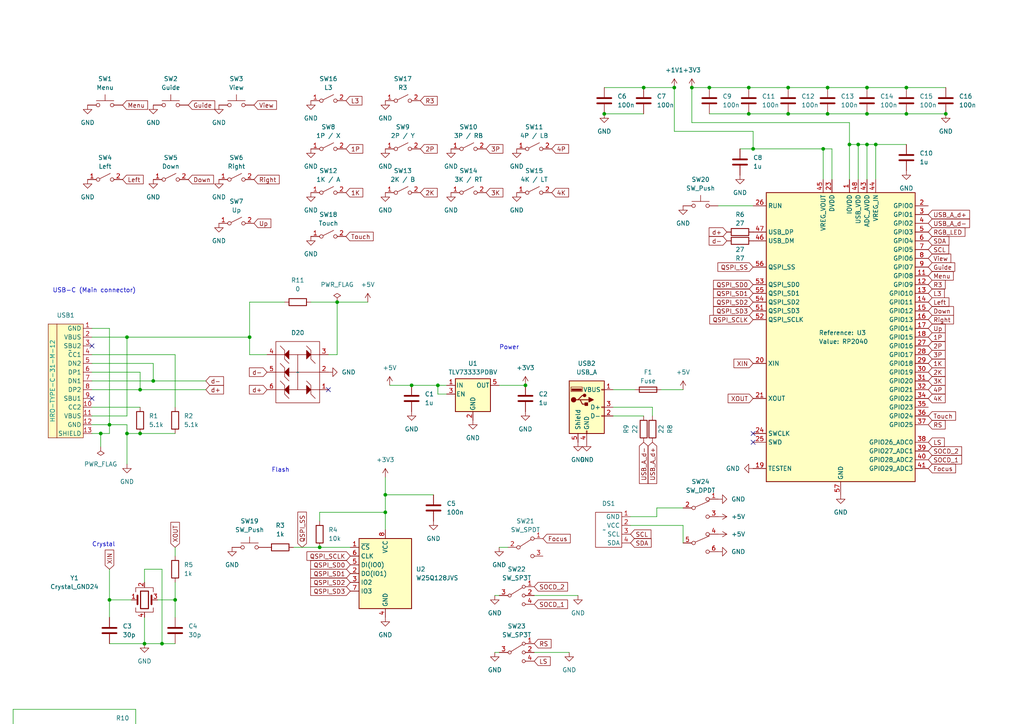
<source format=kicad_sch>
(kicad_sch (version 20230121) (generator eeschema)
  (paper "A4")
  (lib_symbols
    (symbol "Connector:USB_A" (pin_names (offset 1.016))
      (property "Reference" "J" (at -5.08 11.43 0))
      (property "Value" "USB_A" (at -5.08 8.89 0))
      (symbol "USB_A_1_1"
        (pin power_in line (at 7.62 5.08 180) (length 2.54) (name "VBUS") (number "1"))
        (pin bidirectional line (at 7.62 -2.54 180) (length 2.54) (name "D-") (number "2"))
        (pin bidirectional line (at 7.62 0 180) (length 2.54) (name "D+") (number "3"))
        (pin power_in line (at 0 -10.16 90) (length 2.54) (name "GND") (number "4"))
        (pin passive line (at -2.54 -10.16 90) (length 2.54) (name "Shield") (number "5"))
      )
    )
    (symbol "Device:C" (pin_numbers hide) (pin_names (offset 0.254))
      (property "Reference" "C" (at 0.635 2.54 0))
      (property "Value" "C" (at 0.635 -2.54 0))
      (symbol "C_1_1"
        (pin passive line (at 0 3.81 270) (length 2.794) (name "~") (number "1"))
        (pin passive line (at 0 -3.81 90) (length 2.794) (name "~") (number "2"))
      )
    )
    (symbol "Device:Crystal_GND24" (pin_names (offset 1.016) hide)
      (property "Reference" "Y" (at 3.175 5.08 0))
      (property "Value" "Crystal_GND24" (at 3.175 3.175 0))
      (symbol "Crystal_GND24_1_1"
        (pin passive line (at -3.81 0 0) (length 1.27) (name "1") (number "1"))
        (pin passive line (at 0 5.08 270) (length 1.27) (name "2") (number "2"))
        (pin passive line (at 3.81 0 180) (length 1.27) (name "3") (number "3"))
        (pin passive line (at 0 -5.08 90) (length 1.27) (name "4") (number "4"))
      )
    )
    (symbol "Device:Fuse" (pin_numbers hide) (pin_names (offset 0))
      (property "Reference" "F" (at 2.032 0 90))
      (property "Value" "Fuse" (at -1.905 0 90))
      (symbol "Fuse_1_1"
        (pin passive line (at 0 3.81 270) (length 1.27) (name "~") (number "1"))
        (pin passive line (at 0 -3.81 90) (length 1.27) (name "~") (number "2"))
      )
    )
    (symbol "Device:R" (pin_numbers hide) (pin_names (offset 0))
      (property "Reference" "R" (at 2.032 0 90))
      (property "Value" "R" (at 0 0 90))
      (symbol "R_1_1"
        (pin passive line (at 0 3.81 270) (length 1.27) (name "~") (number "1"))
        (pin passive line (at 0 -3.81 90) (length 1.27) (name "~") (number "2"))
      )
    )
    (symbol "Logic_LevelTranslator:SN74LV1T34DBV"
      (property "Reference" "U" (at 5.08 6.35 0))
      (property "Value" "SN74LV1T34DBV" (at 5.08 3.81 0))
      (symbol "SN74LV1T34DBV_1_1"
        (pin no_connect line (at -5.08 2.54 0) (length 2.54) hide (name "NC") (number "1"))
        (pin input line (at -7.62 0 0) (length 2.54) (name "A") (number "2"))
        (pin power_in line (at 0 -7.62 90) (length 2.54) (name "GND") (number "3"))
        (pin output line (at 7.62 0 180) (length 2.54) (name "Y") (number "4"))
        (pin power_in line (at 0 7.62 270) (length 2.54) (name "VCC") (number "5"))
      )
    )
    (symbol "MCU_RaspberryPi:RP2040"
      (property "Reference" "U" (at 17.78 45.72 0))
      (property "Value" "RP2040" (at 17.78 43.18 0))
      (symbol "RP2040_1_1"
        (pin power_in line (at 2.54 45.72 270) (length 3.81) (name "IOVDD") (number "1"))
        (pin passive line (at 2.54 45.72 270) (length 3.81) hide (name "IOVDD") (number "10"))
        (pin bidirectional line (at 25.4 17.78 180) (length 3.81) (name "GPIO8") (number "11"))
        (pin bidirectional line (at 25.4 15.24 180) (length 3.81) (name "GPIO9") (number "12"))
        (pin bidirectional line (at 25.4 12.7 180) (length 3.81) (name "GPIO10") (number "13"))
        (pin bidirectional line (at 25.4 10.16 180) (length 3.81) (name "GPIO11") (number "14"))
        (pin bidirectional line (at 25.4 7.62 180) (length 3.81) (name "GPIO12") (number "15"))
        (pin bidirectional line (at 25.4 5.08 180) (length 3.81) (name "GPIO13") (number "16"))
        (pin bidirectional line (at 25.4 2.54 180) (length 3.81) (name "GPIO14") (number "17"))
        (pin bidirectional line (at 25.4 0 180) (length 3.81) (name "GPIO15") (number "18"))
        (pin input line (at -25.4 -38.1 0) (length 3.81) (name "TESTEN") (number "19"))
        (pin bidirectional line (at 25.4 38.1 180) (length 3.81) (name "GPIO0") (number "2"))
        (pin input line (at -25.4 -7.62 0) (length 3.81) (name "XIN") (number "20"))
        (pin passive line (at -25.4 -17.78 0) (length 3.81) (name "XOUT") (number "21"))
        (pin passive line (at 2.54 45.72 270) (length 3.81) hide (name "IOVDD") (number "22"))
        (pin power_in line (at -2.54 45.72 270) (length 3.81) (name "DVDD") (number "23"))
        (pin input line (at -25.4 -27.94 0) (length 3.81) (name "SWCLK") (number "24"))
        (pin bidirectional line (at -25.4 -30.48 0) (length 3.81) (name "SWD") (number "25"))
        (pin input line (at -25.4 38.1 0) (length 3.81) (name "RUN") (number "26"))
        (pin bidirectional line (at 25.4 -2.54 180) (length 3.81) (name "GPIO16") (number "27"))
        (pin bidirectional line (at 25.4 -5.08 180) (length 3.81) (name "GPIO17") (number "28"))
        (pin bidirectional line (at 25.4 -7.62 180) (length 3.81) (name "GPIO18") (number "29"))
        (pin bidirectional line (at 25.4 35.56 180) (length 3.81) (name "GPIO1") (number "3"))
        (pin bidirectional line (at 25.4 -10.16 180) (length 3.81) (name "GPIO19") (number "30"))
        (pin bidirectional line (at 25.4 -12.7 180) (length 3.81) (name "GPIO20") (number "31"))
        (pin bidirectional line (at 25.4 -15.24 180) (length 3.81) (name "GPIO21") (number "32"))
        (pin passive line (at 2.54 45.72 270) (length 3.81) hide (name "IOVDD") (number "33"))
        (pin bidirectional line (at 25.4 -17.78 180) (length 3.81) (name "GPIO22") (number "34"))
        (pin bidirectional line (at 25.4 -20.32 180) (length 3.81) (name "GPIO23") (number "35"))
        (pin bidirectional line (at 25.4 -22.86 180) (length 3.81) (name "GPIO24") (number "36"))
        (pin bidirectional line (at 25.4 -25.4 180) (length 3.81) (name "GPIO25") (number "37"))
        (pin bidirectional line (at 25.4 -30.48 180) (length 3.81) (name "GPIO26_ADC0") (number "38"))
        (pin bidirectional line (at 25.4 -33.02 180) (length 3.81) (name "GPIO27_ADC1") (number "39"))
        (pin bidirectional line (at 25.4 33.02 180) (length 3.81) (name "GPIO2") (number "4"))
        (pin bidirectional line (at 25.4 -35.56 180) (length 3.81) (name "GPIO28_ADC2") (number "40"))
        (pin bidirectional line (at 25.4 -38.1 180) (length 3.81) (name "GPIO29_ADC3") (number "41"))
        (pin passive line (at 2.54 45.72 270) (length 3.81) hide (name "IOVDD") (number "42"))
        (pin power_in line (at 7.62 45.72 270) (length 3.81) (name "ADC_AVDD") (number "43"))
        (pin power_in line (at 10.16 45.72 270) (length 3.81) (name "VREG_IN") (number "44"))
        (pin power_out line (at -5.08 45.72 270) (length 3.81) (name "VREG_VOUT") (number "45"))
        (pin bidirectional line (at -25.4 27.94 0) (length 3.81) (name "USB_DM") (number "46"))
        (pin bidirectional line (at -25.4 30.48 0) (length 3.81) (name "USB_DP") (number "47"))
        (pin power_in line (at 5.08 45.72 270) (length 3.81) (name "USB_VDD") (number "48"))
        (pin passive line (at 2.54 45.72 270) (length 3.81) hide (name "IOVDD") (number "49"))
        (pin bidirectional line (at 25.4 30.48 180) (length 3.81) (name "GPIO3") (number "5"))
        (pin passive line (at -2.54 45.72 270) (length 3.81) hide (name "DVDD") (number "50"))
        (pin bidirectional line (at -25.4 7.62 0) (length 3.81) (name "QSPI_SD3") (number "51"))
        (pin output line (at -25.4 5.08 0) (length 3.81) (name "QSPI_SCLK") (number "52"))
        (pin bidirectional line (at -25.4 15.24 0) (length 3.81) (name "QSPI_SD0") (number "53"))
        (pin bidirectional line (at -25.4 10.16 0) (length 3.81) (name "QSPI_SD2") (number "54"))
        (pin bidirectional line (at -25.4 12.7 0) (length 3.81) (name "QSPI_SD1") (number "55"))
        (pin bidirectional line (at -25.4 20.32 0) (length 3.81) (name "QSPI_SS") (number "56"))
        (pin power_in line (at 0 -45.72 90) (length 3.81) (name "GND") (number "57"))
        (pin bidirectional line (at 25.4 27.94 180) (length 3.81) (name "GPIO4") (number "6"))
        (pin bidirectional line (at 25.4 25.4 180) (length 3.81) (name "GPIO5") (number "7"))
        (pin bidirectional line (at 25.4 22.86 180) (length 3.81) (name "GPIO6") (number "8"))
        (pin bidirectional line (at 25.4 20.32 180) (length 3.81) (name "GPIO7") (number "9"))
      )
    )
    (symbol "Memory_Flash:W25Q128JVS"
      (property "Reference" "U" (at -8.89 8.89 0))
      (property "Value" "W25Q128JVS" (at 7.62 8.89 0))
      (symbol "W25Q128JVS_1_1"
        (pin input line (at -10.16 7.62 0) (length 2.54) (name "~{CS}") (number "1"))
        (pin bidirectional line (at -10.16 0 0) (length 2.54) (name "DO(IO1)") (number "2"))
        (pin bidirectional line (at -10.16 -2.54 0) (length 2.54) (name "IO2") (number "3"))
        (pin power_in line (at 0 -12.7 90) (length 2.54) (name "GND") (number "4"))
        (pin bidirectional line (at -10.16 2.54 0) (length 2.54) (name "DI(IO0)") (number "5"))
        (pin input line (at -10.16 5.08 0) (length 2.54) (name "CLK") (number "6"))
        (pin bidirectional line (at -10.16 -5.08 0) (length 2.54) (name "IO3") (number "7"))
        (pin power_in line (at 0 12.7 270) (length 2.54) (name "VCC") (number "8"))
      )
    )
    (symbol "Regulator_Linear:TLV73333PDBV" (pin_names (offset 0.254))
      (property "Reference" "U" (at -3.81 5.715 0))
      (property "Value" "TLV73333PDBV" (at 0 5.715 0))
      (symbol "TLV73333PDBV_1_1"
        (pin power_in line (at -7.62 2.54 0) (length 2.54) (name "IN") (number "1"))
        (pin power_in line (at 0 -7.62 90) (length 2.54) (name "GND") (number "2"))
        (pin input line (at -7.62 0 0) (length 2.54) (name "EN") (number "3"))
        (pin no_connect line (at 5.08 0 180) (length 2.54) hide (name "NC") (number "4"))
        (pin power_out line (at 7.62 2.54 180) (length 2.54) (name "OUT") (number "5"))
      )
    )
    (symbol "Revbox:1.3{dblquote}_OLED"
      (property "Reference" "DS" (at 0 6.35 0))
      (symbol "1.3{dblquote}_OLED_1_1"
        (pin input line (at 6.35 3.81 180) (length 2.54) (name "GND") (number "1"))
        (pin input line (at 6.35 1.27 180) (length 2.54) (name "VCC") (number "2"))
        (pin input line (at 6.35 -1.27 180) (length 2.54) (name "SCL") (number "3"))
        (pin input line (at 6.35 -3.81 180) (length 2.54) (name "SDA") (number "4"))
      )
    )
    (symbol "Revbox:HRO-TYPE-C-31-M12"
      (property "Reference" "USB1" (at -5.08 17.78 0))
      (property "Value" "~" (at -3.81 7.62 0))
      (symbol "HRO-TYPE-C-31-M12_1_0"
        (text "HRO-TYPE-C-31-M-12" (at -8.89 -1.27 900) (effects (font (size 1.27 1.27))))
      )
      (symbol "HRO-TYPE-C-31-M12_1_1"
        (pin power_in line (at 2.54 13.97 180) (length 2.54) (name "GND") (number "1"))
        (pin power_in line (at 2.54 -8.89 180) (length 2.54) (name "CC2") (number "10"))
        (pin power_in line (at 2.54 -11.43 180) (length 2.54) (name "VBUS") (number "11"))
        (pin power_in line (at 2.54 -13.97 180) (length 2.54) (name "GND") (number "12"))
        (pin power_in line (at 2.54 -16.51 180) (length 2.54) (name "SHIELD") (number "13"))
        (pin power_in line (at 2.54 11.43 180) (length 2.54) (name "VBUS") (number "2"))
        (pin power_in line (at 2.54 8.89 180) (length 2.54) (name "SBU2") (number "3"))
        (pin power_in line (at 2.54 6.35 180) (length 2.54) (name "CC1") (number "4"))
        (pin power_in line (at 2.54 3.81 180) (length 2.54) (name "DN2") (number "5"))
        (pin power_in line (at 2.54 1.27 180) (length 2.54) (name "DP1") (number "6"))
        (pin power_in line (at 2.54 -1.27 180) (length 2.54) (name "DN1") (number "7"))
        (pin power_in line (at 2.54 -3.81 180) (length 2.54) (name "DP2") (number "8"))
        (pin power_in line (at 2.54 -6.35 180) (length 2.54) (name "SBU1") (number "9"))
      )
    )
    (symbol "Revbox:SK6812" (pin_names (offset 0.254))
      (property "Reference" "D" (at 5.08 5.715 0))
      (property "Value" "SK6812" (at 1.27 -5.715 0))
      (property "LCSC" "C2909058" (at 0 0 0))
      (symbol "SK6812_0_0"
        (text "RGB" (at 2.286 -4.191 0) (effects (font (size 0.762 0.762))))
      )
      (symbol "SK6812_1_1"
        (pin power_in line (at 0 -7.62 90) (length 2.54) (name "VDD") (number "1"))
        (pin output line (at -7.62 0 0) (length 2.54) (name "DOUT") (number "2"))
        (pin power_in line (at 0 7.62 270) (length 2.54) (name "GND") (number "3"))
        (pin input line (at 7.62 0 180) (length 2.54) (name "DIN") (number "4"))
      )
    )
    (symbol "Revbox:SMF05CT1G"
      (property "Reference" "D" (at 0 10.16 0))
      (symbol "SMF05CT1G_1_1"
        (pin input line (at -8.89 5.08 0) (length 2.54) (name "") (number "1"))
        (pin input line (at -8.89 0 0) (length 2.54) (name "") (number "2"))
        (pin input line (at -8.89 -5.08 0) (length 2.54) (name "") (number "3"))
        (pin input line (at 8.89 -5.08 180) (length 2.54) (name "") (number "4"))
        (pin input line (at 8.89 0 180) (length 2.54) (name "") (number "5"))
        (pin input line (at 8.89 5.08 180) (length 2.54) (name "") (number "6"))
      )
    )
    (symbol "Switch:SW_Push" (pin_numbers hide) (pin_names (offset 1.016) hide)
      (property "Reference" "SW" (at 1.27 2.54 0))
      (property "Value" "SW_Push" (at 0 -1.524 0))
      (symbol "SW_Push_0_1"
        (pin passive line (at -5.08 0 0) (length 2.54) (name "1") (number "1"))
        (pin passive line (at 5.08 0 180) (length 2.54) (name "2") (number "2"))
      )
    )
    (symbol "Switch:SW_Push_DPDT" (pin_names (offset 0) hide)
      (property "Reference" "SW24" (at 0 12.7 0))
      (property "Value" "SW_DPDT" (at 0 10.16 0))
      (symbol "SW_Push_DPDT_1_1"
        (pin passive line (at 5.08 7.62 180) (length 2.54) (name "A") (number "1"))
        (pin passive line (at -5.08 5.08 0) (length 2.54) (name "B") (number "2"))
        (pin passive line (at 5.08 2.54 180) (length 2.54) (name "C") (number "3"))
        (pin passive line (at 5.08 -2.54 180) (length 2.54) (name "A") (number "4"))
        (pin passive line (at -5.08 -5.08 0) (length 2.54) (name "B") (number "5"))
        (pin passive line (at 5.08 -7.62 180) (length 2.54) (name "C") (number "6"))
      )
    )
    (symbol "Switch:SW_SP3T" (pin_names (offset 0) hide)
      (property "Reference" "SW" (at 0 5.08 0))
      (property "Value" "SW_SP3T" (at 0 -5.08 0))
      (symbol "SW_SP3T_1_1"
        (pin passive line (at 5.08 2.54 180) (length 2.54) (name "1") (number "1"))
        (pin passive line (at 5.08 0 180) (length 2.54) (name "2") (number "2"))
        (pin passive line (at -5.08 0 0) (length 2.54) (name "3") (number "3"))
        (pin passive line (at 5.08 -2.54 180) (length 2.54) (name "4") (number "4"))
      )
    )
    (symbol "Switch:SW_SPDT" (pin_names (offset 0) hide)
      (property "Reference" "SW" (at 0 4.318 0))
      (property "Value" "SW_SPDT" (at 0 -5.08 0))
      (symbol "SW_SPDT_1_1"
        (pin passive line (at 5.08 2.54 180) (length 2.54) (name "A") (number "1"))
        (pin passive line (at -5.08 0 0) (length 2.54) (name "B") (number "2"))
        (pin passive line (at 5.08 -2.54 180) (length 2.54) (name "C") (number "3"))
      )
    )
    (symbol "Switch:SW_SPST" (pin_names (offset 0) hide)
      (property "Reference" "SW" (at 0 3.175 0))
      (property "Value" "SW_SPST" (at 0 -2.54 0))
      (symbol "SW_SPST_1_1"
        (pin passive line (at -5.08 0 0) (length 2.54) (name "A") (number "1"))
        (pin passive line (at 5.08 0 180) (length 2.54) (name "B") (number "2"))
      )
    )
    (symbol "power:+1V1" (power) (pin_names (offset 0))
      (property "Value" "+1V1" (at 0 3.556 0))
      (symbol "+1V1_1_1"
        (pin power_in line (at 0 0 90) (length 0) hide (name "+1V1") (number "1"))
      )
    )
    (symbol "power:+3V3" (power) (pin_names (offset 0))
      (property "Value" "+3V3" (at 0 3.556 0))
      (symbol "+3V3_1_1"
        (pin power_in line (at 0 0 90) (length 0) hide (name "+3V3") (number "1"))
      )
    )
    (symbol "power:+5V" (power) (pin_names (offset 0))
      (property "Value" "+5V" (at 0 3.556 0))
      (symbol "+5V_1_1"
        (pin power_in line (at 0 0 90) (length 0) hide (name "+5V") (number "1"))
      )
    )
    (symbol "power:GND" (power) (pin_names (offset 0))
      (property "Value" "GND" (at 0 -3.81 0))
      (symbol "GND_1_1"
        (pin power_in line (at 0 0 270) (length 0) hide (name "GND") (number "1"))
      )
    )
    (symbol "power:PWR_FLAG" (power) (pin_numbers hide) (pin_names (offset 0) hide)
      (property "Value" "PWR_FLAG" (at 0 3.81 0))
      (symbol "PWR_FLAG_0_0"
        (pin power_out line (at 0 0 90) (length 0) (name "pwr") (number "1"))
      )
    )
  )
  (junction (at 251.46 25.4))
  (junction (at 36.83 97.79))
  (junction (at 237.49 245.11))
  (junction (at 31.75 173.99))
  (junction (at 92.71 158.75))
  (junction (at 214.63 245.11))
  (junction (at 144.78 245.11))
  (junction (at 46.99 186.69))
  (junction (at 111.76 143.51))
  (junction (at 251.46 33.02))
  (junction (at 261.62 245.11))
  (junction (at 191.77 245.11))
  (junction (at 72.39 97.79))
  (junction (at 29.21 125.73))
  (junction (at 354.33 245.11))
  (junction (at 22.86 224.79))
  (junction (at 251.46 41.91))
  (junction (at 31.75 123.19))
  (junction (at 44.45 110.49))
  (junction (at 240.03 33.02))
  (junction (at 40.64 125.73))
  (junction (at 262.89 25.4))
  (junction (at 50.8 173.99))
  (junction (at 218.44 43.18))
  (junction (at 127 111.76))
  (junction (at 281.94 245.11))
  (junction (at 96.52 245.11))
  (junction (at 36.83 125.73))
  (junction (at 200.66 25.4))
  (junction (at 111.76 148.59))
  (junction (at 246.38 41.91))
  (junction (at 41.91 186.69))
  (junction (at 401.32 245.11))
  (junction (at 238.76 43.18))
  (junction (at 217.17 33.02))
  (junction (at 186.69 25.4))
  (junction (at 152.4 111.76))
  (junction (at 228.6 25.4))
  (junction (at 240.03 25.4))
  (junction (at 248.92 41.91))
  (junction (at 175.26 33.02))
  (junction (at 228.6 33.02))
  (junction (at 195.58 25.4))
  (junction (at 304.8 245.11))
  (junction (at 274.32 33.02))
  (junction (at 378.46 245.11))
  (junction (at 327.66 245.11))
  (junction (at 119.38 111.76))
  (junction (at 16.51 245.11))
  (junction (at 421.64 245.11))
  (junction (at 262.89 33.02))
  (junction (at 167.64 245.11))
  (junction (at 205.74 25.4))
  (junction (at 45.72 245.11))
  (junction (at 71.12 245.11))
  (junction (at 217.17 25.4))
  (junction (at 254 41.91))
  (junction (at 97.79 87.63))
  (junction (at 40.64 113.03))
  (junction (at 121.92 245.11))
  (junction (at 443.23 245.11))
  (no_connect (at 450.85 257.81))
  (no_connect (at 218.44 125.73))
  (no_connect (at 26.67 100.33))
  (no_connect (at 95.25 113.03))
  (no_connect (at 26.67 115.57))
  (no_connect (at 218.44 128.27))
  (wire (pts (xy 22.86 224.79) (xy 16.51 224.79)))
  (wire (pts (xy 218.44 38.1) (xy 218.44 43.18)))
  (wire (pts (xy 261.62 245.11) (xy 281.94 245.11)))
  (wire (pts (xy 96.52 245.11) (xy 121.92 245.11)))
  (wire (pts (xy 97.79 87.63) (xy 106.68 87.63)))
  (wire (pts (xy 190.5 147.32) (xy 198.12 147.32)))
  (wire (pts (xy 31.75 179.07) (xy 31.75 173.99)))
  (wire (pts (xy 177.8 118.11) (xy 189.23 118.11)))
  (wire (pts (xy 90.17 87.63) (xy 97.79 87.63)))
  (wire (pts (xy 198.12 113.03) (xy 191.77 113.03)))
  (wire (pts (xy 378.46 243.84) (xy 378.46 245.11)))
  (wire (pts (xy 95.25 102.87) (xy 97.79 102.87)))
  (wire (pts (xy 46.99 186.69) (xy 50.8 186.69)))
  (wire (pts (xy 175.26 257.81) (xy 184.15 257.81)))
  (wire (pts (xy 378.46 245.11) (xy 401.32 245.11)))
  (wire (pts (xy 152.4 257.81) (xy 160.02 257.81)))
  (wire (pts (xy 119.38 111.76) (xy 127 111.76)))
  (wire (pts (xy 36.83 125.73) (xy 36.83 134.62)))
  (wire (pts (xy 92.71 148.59) (xy 111.76 148.59)))
  (wire (pts (xy 143.51 189.23) (xy 144.78 189.23)))
  (wire (pts (xy 121.92 245.11) (xy 121.92 250.19)))
  (wire (pts (xy 191.77 245.11) (xy 191.77 250.19)))
  (wire (pts (xy 354.33 245.11) (xy 354.33 250.19)))
  (wire (pts (xy 175.26 33.02) (xy 186.69 33.02)))
  (wire (pts (xy 29.21 125.73) (xy 29.21 129.54)))
  (wire (pts (xy 36.83 120.65) (xy 36.83 97.79)))
  (wire (pts (xy 16.51 245.11) (xy 16.51 250.19)))
  (wire (pts (xy 199.39 257.81) (xy 207.01 257.81)))
  (wire (pts (xy 167.64 245.11) (xy 167.64 250.19)))
  (wire (pts (xy 26.67 123.19) (xy 31.75 123.19)))
  (wire (pts (xy 40.64 107.95) (xy 40.64 113.03)))
  (wire (pts (xy 40.64 113.03) (xy 59.69 113.03)))
  (wire (pts (xy 214.63 43.18) (xy 218.44 43.18)))
  (wire (pts (xy 26.67 113.03) (xy 40.64 113.03)))
  (wire (pts (xy 269.24 257.81) (xy 274.32 257.81)))
  (wire (pts (xy 41.91 224.79) (xy 39.37 224.79)))
  (wire (pts (xy 46.99 165.1) (xy 46.99 186.69)))
  (wire (pts (xy 26.67 95.25) (xy 31.75 95.25)))
  (wire (pts (xy 50.8 158.75) (xy 50.8 161.29)))
  (wire (pts (xy 429.26 257.81) (xy 435.61 257.81)))
  (wire (pts (xy 127 114.3) (xy 127 111.76)))
  (wire (pts (xy 217.17 25.4) (xy 228.6 25.4)))
  (wire (pts (xy 26.67 105.41) (xy 44.45 105.41)))
  (wire (pts (xy 31.75 217.17) (xy 31.75 214.63)))
  (wire (pts (xy 41.91 186.69) (xy 46.99 186.69)))
  (wire (pts (xy 281.94 245.11) (xy 304.8 245.11)))
  (wire (pts (xy 421.64 245.11) (xy 421.64 250.19)))
  (wire (pts (xy 304.8 245.11) (xy 327.66 245.11)))
  (wire (pts (xy 228.6 25.4) (xy 240.03 25.4)))
  (wire (pts (xy 144.78 245.11) (xy 167.64 245.11)))
  (wire (pts (xy 237.49 245.11) (xy 261.62 245.11)))
  (wire (pts (xy 72.39 97.79) (xy 72.39 87.63)))
  (wire (pts (xy 71.12 245.11) (xy 96.52 245.11)))
  (wire (pts (xy 222.25 257.81) (xy 229.87 257.81)))
  (wire (pts (xy 63.5 257.81) (xy 53.34 257.81)))
  (wire (pts (xy 251.46 41.91) (xy 251.46 52.07)))
  (wire (pts (xy 111.76 143.51) (xy 111.76 148.59)))
  (wire (pts (xy 190.5 149.86) (xy 190.5 147.32)))
  (wire (pts (xy 251.46 25.4) (xy 262.89 25.4)))
  (wire (pts (xy 40.64 125.73) (xy 50.8 125.73)))
  (wire (pts (xy 251.46 33.02) (xy 262.89 33.02)))
  (wire (pts (xy 92.71 151.13) (xy 92.71 148.59)))
  (wire (pts (xy 22.86 224.79) (xy 24.13 224.79)))
  (wire (pts (xy 254 41.91) (xy 262.89 41.91)))
  (wire (pts (xy 113.03 111.76) (xy 119.38 111.76)))
  (wire (pts (xy 36.83 125.73) (xy 40.64 125.73)))
  (wire (pts (xy 29.21 125.73) (xy 31.75 125.73)))
  (wire (pts (xy 198.12 152.4) (xy 198.12 157.48)))
  (wire (pts (xy 85.09 158.75) (xy 92.71 158.75)))
  (wire (pts (xy 26.67 102.87) (xy 50.8 102.87)))
  (wire (pts (xy 96.52 245.11) (xy 96.52 250.19)))
  (wire (pts (xy 361.95 257.81) (xy 370.84 257.81)))
  (wire (pts (xy 111.76 138.43) (xy 111.76 143.51)))
  (wire (pts (xy 401.32 245.11) (xy 401.32 250.19)))
  (wire (pts (xy 44.45 105.41) (xy 44.45 110.49)))
  (wire (pts (xy 218.44 43.18) (xy 238.76 43.18)))
  (wire (pts (xy 26.67 118.11) (xy 40.64 118.11)))
  (wire (pts (xy 261.62 245.11) (xy 261.62 250.19)))
  (wire (pts (xy 205.74 33.02) (xy 217.17 33.02)))
  (wire (pts (xy 240.03 33.02) (xy 251.46 33.02)))
  (wire (pts (xy 72.39 97.79) (xy 72.39 102.87)))
  (wire (pts (xy 50.8 168.91) (xy 50.8 173.99)))
  (wire (pts (xy 354.33 245.11) (xy 378.46 245.11)))
  (wire (pts (xy 251.46 41.91) (xy 254 41.91)))
  (wire (pts (xy 111.76 143.51) (xy 125.73 143.51)))
  (wire (pts (xy 312.42 257.81) (xy 320.04 257.81)))
  (wire (pts (xy 190.5 149.86) (xy 182.88 149.86)))
  (wire (pts (xy 97.79 87.63) (xy 97.79 102.87)))
  (wire (pts (xy 443.23 245.11) (xy 443.23 250.19)))
  (wire (pts (xy 41.91 165.1) (xy 46.99 165.1)))
  (wire (pts (xy 200.66 25.4) (xy 200.66 35.56)))
  (wire (pts (xy 41.91 179.07) (xy 41.91 186.69)))
  (wire (pts (xy 240.03 25.4) (xy 251.46 25.4)))
  (wire (pts (xy 31.75 173.99) (xy 38.1 173.99)))
  (wire (pts (xy 214.63 245.11) (xy 237.49 245.11)))
  (wire (pts (xy 3.81 257.81) (xy 8.89 257.81)))
  (wire (pts (xy 167.64 245.11) (xy 191.77 245.11)))
  (wire (pts (xy 228.6 33.02) (xy 240.03 33.02)))
  (wire (pts (xy 246.38 35.56) (xy 246.38 41.91)))
  (wire (pts (xy 386.08 257.81) (xy 393.7 257.81)))
  (wire (pts (xy 248.92 41.91) (xy 251.46 41.91)))
  (wire (pts (xy 177.8 113.03) (xy 184.15 113.03)))
  (wire (pts (xy 304.8 245.11) (xy 304.8 250.19)))
  (wire (pts (xy 238.76 43.18) (xy 241.3 43.18)))
  (wire (pts (xy 71.12 245.11) (xy 71.12 250.19)))
  (wire (pts (xy 104.14 257.81) (xy 114.3 257.81)))
  (wire (pts (xy 262.89 25.4) (xy 274.32 25.4)))
  (wire (pts (xy 22.86 219.71) (xy 22.86 224.79)))
  (wire (pts (xy 45.72 173.99) (xy 50.8 173.99)))
  (wire (pts (xy 154.94 189.23) (xy 165.1 189.23)))
  (wire (pts (xy 36.83 123.19) (xy 36.83 125.73)))
  (wire (pts (xy 182.88 152.4) (xy 198.12 152.4)))
  (wire (pts (xy 36.83 97.79) (xy 72.39 97.79)))
  (wire (pts (xy 200.66 35.56) (xy 246.38 35.56)))
  (wire (pts (xy 246.38 41.91) (xy 248.92 41.91)))
  (wire (pts (xy 129.54 114.3) (xy 127 114.3)))
  (wire (pts (xy 205.74 25.4) (xy 217.17 25.4)))
  (wire (pts (xy 254 41.91) (xy 254 52.07)))
  (wire (pts (xy 50.8 102.87) (xy 50.8 118.11)))
  (wire (pts (xy 378.46 245.11) (xy 378.46 250.19)))
  (wire (pts (xy 39.37 214.63) (xy 39.37 205.74)))
  (wire (pts (xy 327.66 245.11) (xy 327.66 250.19)))
  (wire (pts (xy 195.58 38.1) (xy 218.44 38.1)))
  (wire (pts (xy 238.76 43.18) (xy 238.76 52.07)))
  (wire (pts (xy 191.77 245.11) (xy 214.63 245.11)))
  (wire (pts (xy 217.17 33.02) (xy 228.6 33.02)))
  (wire (pts (xy 401.32 245.11) (xy 421.64 245.11)))
  (wire (pts (xy 144.78 158.75) (xy 147.32 158.75)))
  (wire (pts (xy 41.91 165.1) (xy 41.91 168.91)))
  (wire (pts (xy 246.38 52.07) (xy 246.38 41.91)))
  (wire (pts (xy 121.92 245.11) (xy 144.78 245.11)))
  (wire (pts (xy 26.67 107.95) (xy 40.64 107.95)))
  (wire (pts (xy 31.75 95.25) (xy 31.75 123.19)))
  (wire (pts (xy 144.78 111.76) (xy 152.4 111.76)))
  (wire (pts (xy 154.94 172.72) (xy 167.64 172.72)))
  (wire (pts (xy 421.64 245.11) (xy 443.23 245.11)))
  (wire (pts (xy 26.67 97.79) (xy 36.83 97.79)))
  (wire (pts (xy 44.45 110.49) (xy 59.69 110.49)))
  (wire (pts (xy 24.13 257.81) (xy 38.1 257.81)))
  (wire (pts (xy 195.58 25.4) (xy 195.58 38.1)))
  (wire (pts (xy 41.91 224.79) (xy 41.91 227.33)))
  (wire (pts (xy 72.39 102.87) (xy 77.47 102.87)))
  (wire (pts (xy 175.26 25.4) (xy 186.69 25.4)))
  (wire (pts (xy 237.49 245.11) (xy 237.49 250.19)))
  (wire (pts (xy 186.69 25.4) (xy 195.58 25.4)))
  (wire (pts (xy 248.92 41.91) (xy 248.92 52.07)))
  (wire (pts (xy 127 111.76) (xy 129.54 111.76)))
  (wire (pts (xy 289.56 257.81) (xy 297.18 257.81)))
  (wire (pts (xy 245.11 257.81) (xy 254 257.81)))
  (wire (pts (xy 200.66 25.4) (xy 205.74 25.4)))
  (wire (pts (xy 143.51 172.72) (xy 144.78 172.72)))
  (wire (pts (xy 177.8 120.65) (xy 186.69 120.65)))
  (wire (pts (xy 31.75 186.69) (xy 41.91 186.69)))
  (wire (pts (xy 111.76 148.59) (xy 111.76 153.67)))
  (wire (pts (xy 39.37 205.74) (xy 3.81 205.74)))
  (wire (pts (xy 45.72 245.11) (xy 71.12 245.11)))
  (wire (pts (xy 3.81 205.74) (xy 3.81 257.81)))
  (wire (pts (xy 214.63 245.11) (xy 214.63 250.19)))
  (wire (pts (xy 335.28 257.81) (xy 346.71 257.81)))
  (wire (pts (xy 16.51 245.11) (xy 45.72 245.11)))
  (wire (pts (xy 281.94 245.11) (xy 281.94 250.19)))
  (wire (pts (xy 50.8 173.99) (xy 50.8 179.07)))
  (wire (pts (xy 144.78 245.11) (xy 144.78 250.19)))
  (wire (pts (xy 208.28 59.69) (xy 218.44 59.69)))
  (wire (pts (xy 129.54 257.81) (xy 137.16 257.81)))
  (wire (pts (xy 31.75 123.19) (xy 36.83 123.19)))
  (wire (pts (xy 26.67 120.65) (xy 36.83 120.65)))
  (wire (pts (xy 45.72 245.11) (xy 45.72 250.19)))
  (wire (pts (xy 26.67 125.73) (xy 29.21 125.73)))
  (wire (pts (xy 26.67 110.49) (xy 44.45 110.49)))
  (wire (pts (xy 327.66 245.11) (xy 354.33 245.11)))
  (wire (pts (xy 189.23 120.65) (xy 189.23 118.11)))
  (wire (pts (xy 78.74 257.81) (xy 88.9 257.81)))
  (wire (pts (xy 92.71 158.75) (xy 101.6 158.75)))
  (wire (pts (xy 262.89 33.02) (xy 274.32 33.02)))
  (wire (pts (xy 241.3 52.07) (xy 241.3 43.18)))
  (wire (pts (xy 31.75 165.1) (xy 31.75 173.99)))
  (wire (pts (xy 22.86 224.79) (xy 22.86 229.87)))
  (wire (pts (xy 72.39 87.63) (xy 82.55 87.63)))
  (wire (pts (xy 16.51 224.79) (xy 16.51 245.11)))
  (wire (pts (xy 31.75 123.19) (xy 31.75 125.73)))
  (wire (pts (xy 408.94 257.81) (xy 414.02 257.81)))
  (text "Crystal" (at 26.67 158.75 0) (effects (font (size 1.27 1.27)) (justify left bottom)))
  (text "USB-C (Main connector)\n" (at 15.24 85.09 0) (effects (font (size 1.27 1.27)) (justify left bottom)))
  (text "Flash" (at 78.74 137.16 0) (effects (font (size 1.27 1.27)) (justify left bottom)))
  (text "Power" (at 144.78 101.6 0) (effects (font (size 1.27 1.27)) (justify left bottom)))
  (global_label "L3" (shape input) (at 100.33 29.21 0) (property "Intersheetrefs" "${INTERSHEET_REFS}" (effects hide)))
  (global_label "USB_A_d+" (shape input) (at 189.23 128.27 270) (property "Intersheetrefs" "${INTERSHEET_REFS}" (effects hide)))
  (global_label "1P" (shape input) (at 100.33 43.18 0) (property "Intersheetrefs" "${INTERSHEET_REFS}" (effects hide)))
  (global_label "SOCD_1" (shape input) (at 154.94 175.26 0) (property "Intersheetrefs" "${INTERSHEET_REFS}" (effects hide)))
  (global_label "LS" (shape input) (at 269.24 128.27 0) (property "Intersheetrefs" "${INTERSHEET_REFS}" (effects hide)))
  (global_label "Touch" (shape input) (at 269.24 120.65 0) (property "Intersheetrefs" "${INTERSHEET_REFS}" (effects hide)))
  (global_label "Menu" (shape input) (at 35.56 30.48 0) (property "Intersheetrefs" "${INTERSHEET_REFS}" (effects hide)))
  (global_label "QSPI_SCLK" (shape input) (at 218.44 92.71 180) (property "Intersheetrefs" "${INTERSHEET_REFS}" (effects hide)))
  (global_label "XIN" (shape input) (at 218.44 105.41 180) (property "Intersheetrefs" "${INTERSHEET_REFS}" (effects hide)))
  (global_label "View" (shape input) (at 269.24 74.93 0) (property "Intersheetrefs" "${INTERSHEET_REFS}" (effects hide)))
  (global_label "SCL" (shape input) (at 269.24 72.39 0) (property "Intersheetrefs" "${INTERSHEET_REFS}" (effects hide)))
  (global_label "L3" (shape input) (at 269.24 85.09 0) (property "Intersheetrefs" "${INTERSHEET_REFS}" (effects hide)))
  (global_label "RS" (shape input) (at 269.24 123.19 0) (property "Intersheetrefs" "${INTERSHEET_REFS}" (effects hide)))
  (global_label "Up" (shape input) (at 73.66 64.77 0) (property "Intersheetrefs" "${INTERSHEET_REFS}" (effects hide)))
  (global_label "QSPI_SD1" (shape input) (at 218.44 85.09 180) (property "Intersheetrefs" "${INTERSHEET_REFS}" (effects hide)))
  (global_label "SCL" (shape input) (at 182.88 154.94 0) (property "Intersheetrefs" "${INTERSHEET_REFS}" (effects hide)))
  (global_label "QSPI_SD1" (shape input) (at 101.6 166.37 180) (property "Intersheetrefs" "${INTERSHEET_REFS}" (effects hide)))
  (global_label "4P" (shape input) (at 269.24 113.03 0) (property "Intersheetrefs" "${INTERSHEET_REFS}" (effects hide)))
  (global_label "QSPI_SD2" (shape input) (at 101.6 168.91 180) (property "Intersheetrefs" "${INTERSHEET_REFS}" (effects hide)))
  (global_label "d+" (shape input) (at 77.47 113.03 180) (property "Intersheetrefs" "${INTERSHEET_REFS}" (effects hide)))
  (global_label "3P" (shape input) (at 140.97 43.18 0) (property "Intersheetrefs" "${INTERSHEET_REFS}" (effects hide)))
  (global_label "RGB_LED" (shape input) (at 31.75 232.41 270) (property "Intersheetrefs" "${INTERSHEET_REFS}" (effects hide)))
  (global_label "SOCD_1" (shape input) (at 269.24 133.35 0) (property "Intersheetrefs" "${INTERSHEET_REFS}" (effects hide)))
  (global_label "QSPI_SD2" (shape input) (at 218.44 87.63 180) (property "Intersheetrefs" "${INTERSHEET_REFS}" (effects hide)))
  (global_label "SOCD_2" (shape input) (at 154.94 170.18 0) (property "Intersheetrefs" "${INTERSHEET_REFS}" (effects hide)))
  (global_label "Touch" (shape input) (at 100.33 68.58 0) (property "Intersheetrefs" "${INTERSHEET_REFS}" (effects hide)))
  (global_label "QSPI_SD3" (shape input) (at 218.44 90.17 180) (property "Intersheetrefs" "${INTERSHEET_REFS}" (effects hide)))
  (global_label "Focus" (shape input) (at 157.48 156.21 0) (property "Intersheetrefs" "${INTERSHEET_REFS}" (effects hide)))
  (global_label "QSPI_SS" (shape input) (at 87.63 158.75 90) (property "Intersheetrefs" "${INTERSHEET_REFS}" (effects hide)))
  (global_label "QSPI_SD0" (shape input) (at 218.44 82.55 180) (property "Intersheetrefs" "${INTERSHEET_REFS}" (effects hide)))
  (global_label "Right" (shape input) (at 73.66 52.07 0) (property "Intersheetrefs" "${INTERSHEET_REFS}" (effects hide)))
  (global_label "USB_A_d+" (shape input) (at 269.24 62.23 0) (property "Intersheetrefs" "${INTERSHEET_REFS}" (effects hide)))
  (global_label "2P" (shape input) (at 269.24 100.33 0) (property "Intersheetrefs" "${INTERSHEET_REFS}" (effects hide)))
  (global_label "Right" (shape input) (at 269.24 92.71 0) (property "Intersheetrefs" "${INTERSHEET_REFS}" (effects hide)))
  (global_label "Menu" (shape input) (at 269.24 80.01 0) (property "Intersheetrefs" "${INTERSHEET_REFS}" (effects hide)))
  (global_label "QSPI_SD3" (shape input) (at 101.6 171.45 180) (property "Intersheetrefs" "${INTERSHEET_REFS}" (effects hide)))
  (global_label "2K" (shape input) (at 121.92 55.88 0) (property "Intersheetrefs" "${INTERSHEET_REFS}" (effects hide)))
  (global_label "QSPI_SD0" (shape input) (at 101.6 163.83 180) (property "Intersheetrefs" "${INTERSHEET_REFS}" (effects hide)))
  (global_label "d-" (shape input) (at 77.47 107.95 180) (property "Intersheetrefs" "${INTERSHEET_REFS}" (effects hide)))
  (global_label "SDA" (shape input) (at 182.88 157.48 0) (property "Intersheetrefs" "${INTERSHEET_REFS}" (effects hide)))
  (global_label "Down" (shape input) (at 54.61 52.07 0) (property "Intersheetrefs" "${INTERSHEET_REFS}" (effects hide)))
  (global_label "4K" (shape input) (at 269.24 115.57 0) (property "Intersheetrefs" "${INTERSHEET_REFS}" (effects hide)))
  (global_label "Focus" (shape input) (at 269.24 135.89 0) (property "Intersheetrefs" "${INTERSHEET_REFS}" (effects hide)))
  (global_label "R3" (shape input) (at 121.92 29.21 0) (property "Intersheetrefs" "${INTERSHEET_REFS}" (effects hide)))
  (global_label "d+" (shape input) (at 59.69 113.03 0) (property "Intersheetrefs" "${INTERSHEET_REFS}" (effects hide)))
  (global_label "SDA" (shape input) (at 269.24 69.85 0) (property "Intersheetrefs" "${INTERSHEET_REFS}" (effects hide)))
  (global_label "3K" (shape input) (at 269.24 110.49 0) (property "Intersheetrefs" "${INTERSHEET_REFS}" (effects hide)))
  (global_label "USB_A_d-" (shape input) (at 269.24 64.77 0) (property "Intersheetrefs" "${INTERSHEET_REFS}" (effects hide)))
  (global_label "QSPI_SS" (shape input) (at 218.44 77.47 180) (property "Intersheetrefs" "${INTERSHEET_REFS}" (effects hide)))
  (global_label "R3" (shape input) (at 269.24 82.55 0) (property "Intersheetrefs" "${INTERSHEET_REFS}" (effects hide)))
  (global_label "XOUT" (shape input) (at 218.44 115.57 180) (property "Intersheetrefs" "${INTERSHEET_REFS}" (effects hide)))
  (global_label "1K" (shape input) (at 100.33 55.88 0) (property "Intersheetrefs" "${INTERSHEET_REFS}" (effects hide)))
  (global_label "3K" (shape input) (at 140.97 55.88 0) (property "Intersheetrefs" "${INTERSHEET_REFS}" (effects hide)))
  (global_label "Down" (shape input) (at 269.24 90.17 0) (property "Intersheetrefs" "${INTERSHEET_REFS}" (effects hide)))
  (global_label "SOCD_2" (shape input) (at 269.24 130.81 0) (property "Intersheetrefs" "${INTERSHEET_REFS}" (effects hide)))
  (global_label "Left" (shape input) (at 269.24 87.63 0) (property "Intersheetrefs" "${INTERSHEET_REFS}" (effects hide)))
  (global_label "RS" (shape input) (at 154.94 186.69 0) (property "Intersheetrefs" "${INTERSHEET_REFS}" (effects hide)))
  (global_label "QSPI_SCLK" (shape input) (at 101.6 161.29 180) (property "Intersheetrefs" "${INTERSHEET_REFS}" (effects hide)))
  (global_label "2K" (shape input) (at 269.24 107.95 0) (property "Intersheetrefs" "${INTERSHEET_REFS}" (effects hide)))
  (global_label "Left" (shape input) (at 35.56 52.07 0) (property "Intersheetrefs" "${INTERSHEET_REFS}" (effects hide)))
  (global_label "d-" (shape input) (at 59.69 110.49 0) (property "Intersheetrefs" "${INTERSHEET_REFS}" (effects hide)))
  (global_label "1K" (shape input) (at 269.24 105.41 0) (property "Intersheetrefs" "${INTERSHEET_REFS}" (effects hide)))
  (global_label "4P" (shape input) (at 160.02 43.18 0) (property "Intersheetrefs" "${INTERSHEET_REFS}" (effects hide)))
  (global_label "RGB_LED" (shape input) (at 269.24 67.31 0) (property "Intersheetrefs" "${INTERSHEET_REFS}" (effects hide)))
  (global_label "Guide" (shape input) (at 54.61 30.48 0) (property "Intersheetrefs" "${INTERSHEET_REFS}" (effects hide)))
  (global_label "USB_A_d-" (shape input) (at 186.69 128.27 270) (property "Intersheetrefs" "${INTERSHEET_REFS}" (effects hide)))
  (global_label "1P" (shape input) (at 269.24 97.79 0) (property "Intersheetrefs" "${INTERSHEET_REFS}" (effects hide)))
  (global_label "LS" (shape input) (at 154.94 191.77 0) (property "Intersheetrefs" "${INTERSHEET_REFS}" (effects hide)))
  (global_label "View" (shape input) (at 73.66 30.48 0) (property "Intersheetrefs" "${INTERSHEET_REFS}" (effects hide)))
  (global_label "4K" (shape input) (at 160.02 55.88 0) (property "Intersheetrefs" "${INTERSHEET_REFS}" (effects hide)))
  (global_label "Guide" (shape input) (at 269.24 77.47 0) (property "Intersheetrefs" "${INTERSHEET_REFS}" (effects hide)))
  (global_label "XIN" (shape input) (at 31.75 165.1 90) (property "Intersheetrefs" "${INTERSHEET_REFS}" (effects hide)))
  (global_label "2P" (shape input) (at 121.92 43.18 0) (property "Intersheetrefs" "${INTERSHEET_REFS}" (effects hide)))
  (global_label "XOUT" (shape input) (at 50.8 158.75 90) (property "Intersheetrefs" "${INTERSHEET_REFS}" (effects hide)))
  (global_label "d-" (shape input) (at 210.82 69.85 180) (property "Intersheetrefs" "${INTERSHEET_REFS}" (effects hide)))
  (global_label "Up" (shape input) (at 269.24 95.25 0) (property "Intersheetrefs" "${INTERSHEET_REFS}" (effects hide)))
  (global_label "d+" (shape input) (at 210.82 67.31 180) (property "Intersheetrefs" "${INTERSHEET_REFS}" (effects hide)))
  (global_label "3P" (shape input) (at 269.24 102.87 0) (property "Intersheetrefs" "${INTERSHEET_REFS}" (effects hide)))
  (symbol (lib_id "power:GND") (at 354.33 237.49 180) (unit 1)
    (property "Reference" "#PWR074" (effects hide))
    (property "Value" "GND" (at 354.33 232.41 0))
  )
  (symbol (lib_id "Device:C") (at 240.03 29.21 0) (unit 1)
    (property "Reference" "C13" (at 243.84 27.94 0) (effects (justify left)))
    (property "Value" "100n" (at 243.84 30.48 0) (effects (justify left)))
    (property "Footprint" "Capacitor_SMD:C_0402_1005Metric" (effects hide))
    (property "LCSC" "C1525" (effects hide))
  )
  (symbol (lib_id "power:GND") (at 63.5 30.48 0) (unit 1)
    (property "Reference" "#PWR020" (effects hide))
    (property "Value" "GND" (at 63.5 35.56 0))
  )
  (symbol (lib_id "power:GND") (at 130.81 55.88 0) (unit 1)
    (property "Reference" "#PWR011" (effects hide))
    (property "Value" "GND" (at 130.81 60.96 0))
  )
  (symbol (lib_id "power:GND") (at 41.91 227.33 0) (unit 1)
    (property "Reference" "#PWR045" (effects hide))
    (property "Value" "GND" (at 41.91 232.41 0))
  )
  (symbol (lib_id "Device:C") (at 217.17 29.21 0) (unit 1)
    (property "Reference" "C11" (at 220.98 27.94 0) (effects (justify left)))
    (property "Value" "100n" (at 220.98 30.48 0) (effects (justify left)))
    (property "Footprint" "Capacitor_SMD:C_0402_1005Metric" (effects hide))
    (property "LCSC" "C1525" (effects hide))
  )
  (symbol (lib_id "power:GND") (at 149.86 43.18 0) (unit 1)
    (property "Reference" "#PWR013" (effects hide))
    (property "Value" "GND" (at 149.86 48.26 0))
  )
  (symbol (lib_id "power:GND") (at 121.92 265.43 0) (unit 1)
    (property "Reference" "#PWR055" (effects hide))
    (property "Value" "GND" (at 121.92 270.51 0))
  )
  (symbol (lib_id "power:GND") (at 262.89 49.53 0) (unit 1)
    (property "Reference" "#PWR034" (effects hide))
    (property "Value" "GND" (at 262.89 54.61 0))
  )
  (symbol (lib_id "Device:R") (at 50.8 165.1 0) (unit 1)
    (property "Reference" "R5" (at 53.34 163.83 0) (effects (justify left)))
    (property "Value" "1k" (at 53.34 166.37 0) (effects (justify left)))
    (property "Footprint" "Resistor_SMD:R_0402_1005Metric" (effects hide))
    (property "LCSC" "C11702" (effects hide))
  )
  (symbol (lib_id "power:GND") (at 45.72 237.49 180) (unit 1)
    (property "Reference" "#PWR048" (effects hide))
    (property "Value" "GND" (at 45.72 232.41 0))
  )
  (symbol (lib_id "Device:C") (at 144.78 241.3 180) (unit 1)
    (property "Reference" "C23" (at 137.16 240.03 0) (effects (justify right)))
    (property "Value" "100n" (at 137.16 242.57 0) (effects (justify right)))
    (property "Footprint" "Capacitor_SMD:C_0402_1005Metric" (effects hide))
    (property "LCSC" "C1525" (effects hide))
  )
  (symbol (lib_id "power:GND") (at 90.17 68.58 0) (unit 1)
    (property "Reference" "#PWR08" (effects hide))
    (property "Value" "GND" (at 90.17 73.66 0))
  )
  (symbol (lib_id "Switch:SW_Push") (at 68.58 30.48 0) (unit 1)
    (property "Reference" "SW3" (at 68.58 22.86 0))
    (property "Value" "View" (at 68.58 25.4 0))
    (property "Footprint" "Revbox_lib:TS-1003S-09526" (effects hide))
    (property "LCSC" "C455228" (effects hide))
  )
  (symbol (lib_id "Device:C") (at 125.73 147.32 0) (unit 1)
    (property "Reference" "C5" (at 129.54 146.05 0) (effects (justify left)))
    (property "Value" "100n" (at 129.54 148.59 0) (effects (justify left)))
    (property "Footprint" "Capacitor_SMD:C_0402_1005Metric" (effects hide))
    (property "LCSC" "C1525" (effects hide))
  )
  (symbol (lib_id "Device:C") (at 22.86 233.68 0) (unit 1)
    (property "Reference" "C17" (at 26.67 232.41 0) (effects (justify left)))
    (property "Value" "100n" (at 26.67 234.95 0) (effects (justify left)))
    (property "Footprint" "Capacitor_SMD:C_0402_1005Metric" (effects hide))
    (property "LCSC" "C1525" (effects hide))
  )
  (symbol (lib_id "power:+5V") (at 208.28 149.86 270) (unit 1)
    (property "Reference" "#PWR093" (effects hide))
    (property "Value" "+5V" (at 212.09 149.86 90) (effects (justify left)))
  )
  (symbol (lib_id "power:GND") (at 25.4 52.07 0) (unit 1)
    (property "Reference" "#PWR04" (effects hide))
    (property "Value" "GND" (at 25.4 57.15 0))
  )
  (symbol (lib_id "power:GND") (at 421.64 265.43 0) (unit 1)
    (property "Reference" "#PWR081" (effects hide))
    (property "Value" "GND" (at 421.64 270.51 0))
  )
  (symbol (lib_id "Device:R") (at 92.71 154.94 180) (unit 1)
    (property "Reference" "R4" (at 95.25 153.67 0) (effects (justify right)))
    (property "Value" "10k" (at 95.25 156.21 0) (effects (justify right)))
    (property "Footprint" "Resistor_SMD:R_0402_1005Metric" (effects hide))
    (property "LCSC" "C25744" (effects hide))
  )
  (symbol (lib_id "power:GND") (at 63.5 64.77 0) (unit 1)
    (property "Reference" "#PWR07" (effects hide))
    (property "Value" "GND" (at 63.5 69.85 0))
  )
  (symbol (lib_id "Device:C") (at 261.62 241.3 180) (unit 1)
    (property "Reference" "C28" (at 254 240.03 0) (effects (justify right)))
    (property "Value" "100n" (at 254 242.57 0) (effects (justify right)))
    (property "Footprint" "Capacitor_SMD:C_0402_1005Metric" (effects hide))
    (property "LCSC" "C1525" (effects hide))
  )
  (symbol (lib_id "Switch:SW_SPST") (at 154.94 43.18 0) (unit 1)
    (property "Reference" "SW11" (at 154.94 36.83 0))
    (property "Value" "4P / LB" (at 154.94 39.37 0))
    (property "Footprint" "PCM_Switch_Keyboard_Hotswap_Kailh:SW_Hotswap_Kailh_Choc_V1V2" (effects hide))
  )
  (symbol (lib_id "Switch:SW_SPST") (at 95.25 43.18 0) (unit 1)
    (property "Reference" "SW8" (at 95.25 36.83 0))
    (property "Value" "1P / X" (at 95.25 39.37 0))
    (property "Footprint" "PCM_Switch_Keyboard_Hotswap_Kailh:SW_Hotswap_Kailh_Choc_V1V2" (effects hide))
  )
  (symbol (lib_id "Device:R") (at 189.23 124.46 0) (unit 1)
    (property "Reference" "R8" (at 194.31 124.46 90))
    (property "Value" "22" (at 191.77 124.46 90))
    (property "Footprint" "Resistor_SMD:R_0603_1608Metric" (effects hide))
    (property "LCSC" "C23345" (effects hide))
  )
  (symbol (lib_id "Device:C") (at 186.69 29.21 0) (unit 1)
    (property "Reference" "C7" (at 190.5 27.94 0) (effects (justify left)))
    (property "Value" "100n" (at 190.5 30.48 0) (effects (justify left)))
    (property "Footprint" "Capacitor_SMD:C_0402_1005Metric" (effects hide))
    (property "LCSC" "C1525" (effects hide))
  )
  (symbol (lib_id "power:GND") (at 8.89 245.11 0) (unit 1)
    (property "Reference" "#PWR046" (effects hide))
    (property "Value" "GND" (at 8.89 250.19 0))
  )
  (symbol (lib_id "power:+5V") (at 106.68 87.63 0) (unit 1)
    (property "Reference" "#PWR02" (effects hide))
    (property "Value" "+5V" (at 106.68 82.55 0))
  )
  (symbol (lib_id "Revbox:SK6812") (at 96.52 257.81 180) (unit 1)
    (property "Reference" "D4" (at 106.68 252.3139 0))
    (property "Value" "SK6812" (at 106.68 254.8539 0))
    (property "Footprint" "Revbox_lib:SK6812-EC20" (effects hide))
    (property "Datasheet" "https://cdn-shop.adafruit.com/product-files/1138/SK6812+LED+datasheet+.pdf" (effects hide))
    (property "LCSC" "C2909058" (at 96.52 257.81 0))
  )
  (symbol (lib_id "power:GND") (at 191.77 265.43 0) (unit 1)
    (property "Reference" "#PWR061" (effects hide))
    (property "Value" "GND" (at 191.77 270.51 0))
  )
  (symbol (lib_id "MCU_RaspberryPi:RP2040") (at 243.84 97.79 0) (unit 1)
    (property "Reference" "U3" (at 237.49 96.52 0) (show_name) (effects (justify left)))
    (property "Value" "RP2040" (at 237.49 99.06 0) (show_name) (effects (justify left)))
    (property "Footprint" "RP2040:RP2040-QFN-56" (effects hide))
    (property "Datasheet" "https://datasheets.raspberrypi.com/rp2040/rp2040-datasheet.pdf" (effects hide))
    (property "LCSC" "C2040" (effects hide))
  )
  (symbol (lib_id "power:+5V") (at 113.03 111.76 0) (unit 1)
    (property "Reference" "#PWR023" (effects hide))
    (property "Value" "+5V" (at 113.03 106.68 0))
  )
  (symbol (lib_id "Switch:SW_SPST") (at 30.48 52.07 0) (unit 1)
    (property "Reference" "SW4" (at 30.48 45.72 0))
    (property "Value" "Left" (at 30.48 48.26 0))
    (property "Footprint" "PCM_Switch_Keyboard_Hotswap_Kailh:SW_Hotswap_Kailh_Choc_V1V2" (effects hide))
  )
  (symbol (lib_id "power:GND") (at 144.78 237.49 180) (unit 1)
    (property "Reference" "#PWR056" (effects hide))
    (property "Value" "GND" (at 144.78 232.41 0))
  )
  (symbol (lib_id "power:GND") (at 167.64 172.72 0) (unit 1)
    (property "Reference" "#PWR089" (effects hide))
    (property "Value" "GND" (at 167.64 177.8 0))
  )
  (symbol (lib_id "Device:C") (at 119.38 115.57 0) (unit 1)
    (property "Reference" "C1" (at 123.19 114.3 0) (effects (justify left)))
    (property "Value" "1u" (at 123.19 116.84 0) (effects (justify left)))
    (property "Footprint" "Capacitor_SMD:C_0402_1005Metric" (effects hide))
    (property "LCSC" "C52923" (effects hide))
  )
  (symbol (lib_id "Revbox:1.3{dblquote}_OLED") (at 176.53 153.67 0) (unit 1)
    (property "Reference" "DS1" (at 176.53 146.05 0))
    (property "Value" "~" (at 175.26 153.67 0))
    (property "Footprint" "Revbox_lib:368030501246" (effects hide))
  )
  (symbol (lib_id "power:GND") (at 243.84 143.51 0) (unit 1)
    (property "Reference" "#PWR021" (effects hide))
    (property "Value" "GND" (at 243.84 148.59 0))
  )
  (symbol (lib_id "power:GND") (at 67.31 158.75 0) (unit 1)
    (property "Reference" "#PWR029" (effects hide))
    (property "Value" "GND" (at 67.31 163.83 0))
  )
  (symbol (lib_id "power:GND") (at 167.64 265.43 0) (unit 1)
    (property "Reference" "#PWR059" (effects hide))
    (property "Value" "GND" (at 167.64 270.51 0))
  )
  (symbol (lib_id "Memory_Flash:W25Q128JVS") (at 111.76 166.37 0) (unit 1)
    (property "Reference" "U2" (at 120.65 165.1 0) (effects (justify left)))
    (property "Value" "W25Q128JVS" (at 120.65 167.64 0) (effects (justify left)))
    (property "Footprint" "Package_SO:SOIC-8_5.23x5.23mm_P1.27mm" (effects hide))
    (property "Datasheet" "http://www.winbond.com/resource-files/w25q128jv_dtr%20revc%2003272018%20plus.pdf" (effects hide))
    (property "Field4" "C97521" (effects hide))
  )
  (symbol (lib_id "power:GND") (at 170.18 128.27 0) (unit 1)
    (property "Reference" "#PWR040" (effects hide))
    (property "Value" "GND" (at 170.18 133.35 0))
  )
  (symbol (lib_id "power:PWR_FLAG") (at 97.79 87.63 0) (unit 1)
    (property "Reference" "#FLG01" (effects hide))
    (property "Value" "PWR_FLAG" (at 97.79 82.55 0))
  )
  (symbol (lib_id "power:GND") (at 95.25 107.95 90) (unit 1)
    (property "Reference" "#PWR091" (effects hide))
    (property "Value" "GND" (at 99.06 107.95 90) (effects (justify right)))
  )
  (symbol (lib_id "power:+3V3") (at 152.4 111.76 0) (unit 1)
    (property "Reference" "#PWR024" (effects hide))
    (property "Value" "+3V3" (at 152.4 106.68 0))
  )
  (symbol (lib_id "power:GND") (at 304.8 265.43 0) (unit 1)
    (property "Reference" "#PWR071" (effects hide))
    (property "Value" "GND" (at 304.8 270.51 0))
  )
  (symbol (lib_id "Revbox:SK6812") (at 191.77 257.81 180) (unit 1)
    (property "Reference" "D8" (at 201.93 252.3139 0))
    (property "Value" "SK6812" (at 201.93 254.8539 0))
    (property "Footprint" "Revbox_lib:SK6812-EC20" (effects hide))
    (property "Datasheet" "https://cdn-shop.adafruit.com/product-files/1138/SK6812+LED+datasheet+.pdf" (effects hide))
    (property "LCSC" "C2909058" (at 191.77 257.81 0))
  )
  (symbol (lib_id "power:GND") (at 149.86 55.88 0) (unit 1)
    (property "Reference" "#PWR012" (effects hide))
    (property "Value" "GND" (at 149.86 60.96 0))
  )
  (symbol (lib_id "Device:C") (at 304.8 241.3 180) (unit 1)
    (property "Reference" "C30" (at 297.18 240.03 0) (effects (justify right)))
    (property "Value" "100n" (at 297.18 242.57 0) (effects (justify right)))
    (property "Footprint" "Capacitor_SMD:C_0402_1005Metric" (effects hide))
    (property "LCSC" "C1525" (effects hide))
  )
  (symbol (lib_id "Switch:SW_SP3T") (at 149.86 172.72 0) (unit 1)
    (property "Reference" "SW22" (at 149.86 165.1 0))
    (property "Value" "SW_SP3T" (at 149.86 167.64 0))
    (property "Footprint" "Revbox_lib:K3-1346E-F1" (effects hide))
    (property "LCSC" "C502339" (effects hide))
  )
  (symbol (lib_id "power:GND") (at 401.32 237.49 180) (unit 1)
    (property "Reference" "#PWR078" (effects hide))
    (property "Value" "GND" (at 401.32 232.41 0))
  )
  (symbol (lib_id "Switch:SW_SPST") (at 95.25 68.58 0) (unit 1)
    (property "Reference" "SW18" (at 95.25 62.23 0))
    (property "Value" "Touch" (at 95.25 64.77 0))
    (property "Footprint" "PCM_Switch_Keyboard_Hotswap_Kailh:SW_Hotswap_Kailh_Choc_V1V2" (effects hide))
  )
  (symbol (lib_id "Revbox:SK6812") (at 167.64 257.81 180) (unit 1)
    (property "Reference" "D7" (at 177.8 252.3139 0))
    (property "Value" "SK6812" (at 177.8 254.8539 0))
    (property "Footprint" "Revbox_lib:SK6812-EC20" (effects hide))
    (property "Datasheet" "https://cdn-shop.adafruit.com/product-files/1138/SK6812+LED+datasheet+.pdf" (effects hide))
    (property "LCSC" "C2909058" (at 167.64 257.81 0))
  )
  (symbol (lib_id "Device:C") (at 378.46 241.3 180) (unit 1)
    (property "Reference" "C33" (at 370.84 240.03 0) (effects (justify right)))
    (property "Value" "100n" (at 370.84 242.57 0) (effects (justify right)))
    (property "Footprint" "Capacitor_SMD:C_0402_1005Metric" (effects hide))
    (property "LCSC" "C1525" (effects hide))
  )
  (symbol (lib_id "Revbox:SK6812") (at 237.49 257.81 180) (unit 1)
    (property "Reference" "D10" (at 247.65 252.3139 0))
    (property "Value" "SK6812" (at 247.65 254.8539 0))
    (property "Footprint" "Revbox_lib:SK6812-EC20" (effects hide))
    (property "Datasheet" "https://cdn-shop.adafruit.com/product-files/1138/SK6812+LED+datasheet+.pdf" (effects hide))
    (property "LCSC" "C2909058" (at 237.49 257.81 0))
  )
  (symbol (lib_id "Revbox:SMF05CT1G") (at 86.36 107.95 180) (unit 1)
    (property "Reference" "D20" (at 86.36 96.52 0))
    (property "Value" "~" (at 86.36 107.95 0))
    (property "Footprint" "Package_TO_SOT_SMD:SOT-363_SC-70-6" (effects hide))
    (property "LCSC" "C15879" (effects hide))
  )
  (symbol (lib_id "power:GND") (at 191.77 237.49 180) (unit 1)
    (property "Reference" "#PWR060" (effects hide))
    (property "Value" "GND" (at 191.77 233.68 0) (effects (justify right)))
  )
  (symbol (lib_id "Switch:SW_SPST") (at 154.94 55.88 0) (unit 1)
    (property "Reference" "SW15" (at 154.94 49.53 0))
    (property "Value" "4K / LT" (at 154.94 52.07 0))
    (property "Footprint" "PCM_Switch_Keyboard_Hotswap_Kailh:SW_Hotswap_Kailh_Choc_V1V2" (effects hide))
  )
  (symbol (lib_id "power:GND") (at 143.51 172.72 0) (unit 1)
    (property "Reference" "#PWR087" (effects hide))
    (property "Value" "GND" (at 143.51 177.8 0))
  )
  (symbol (lib_id "Device:R") (at 214.63 69.85 90) (unit 1)
    (property "Reference" "R7" (at 214.63 74.93 90))
    (property "Value" "27" (at 214.63 72.39 90))
    (property "Footprint" "Resistor_SMD:R_0402_1005Metric" (effects hide))
    (property "LCSC" "C138021" (effects hide))
  )
  (symbol (lib_id "Device:C") (at 214.63 46.99 0) (unit 1)
    (property "Reference" "C8" (at 218.44 45.72 0) (effects (justify left)))
    (property "Value" "1u" (at 218.44 48.26 0) (effects (justify left)))
    (property "Footprint" "Capacitor_SMD:C_0402_1005Metric" (effects hide))
    (property "LCSC" "C52923" (effects hide))
  )
  (symbol (lib_id "Logic_LevelTranslator:SN74LV1T34DBV") (at 31.75 224.79 90) (unit 1)
    (property "Reference" "U4" (at 45.72 218.44 90))
    (property "Value" "SN74LV1T34DBVR" (at 45.72 220.98 90))
    (property "Footprint" "Package_TO_SOT_SMD:SOT-23-5" (effects hide))
    (property "Datasheet" "https://www.ti.com/lit/ds/symlink/sn74lv1t34.pdf" (effects hide))
    (property "LCSC" "C100024" (effects hide))
  )
  (symbol (lib_id "power:GND") (at 16.51 265.43 0) (unit 1)
    (property "Reference" "#PWR047" (effects hide))
    (property "Value" "GND" (at 16.51 270.51 0))
  )
  (symbol (lib_id "Connector:USB_A") (at 170.18 118.11 0) (unit 1)
    (property "Reference" "USB2" (at 170.18 105.41 0))
    (property "Value" "USB_A" (at 170.18 107.95 0))
    (property "Footprint" "Revbox_lib:U-A-24DD-W-16" (effects hide))
    (property "Datasheet" " ~" (effects hide))
    (property "LCSC" "C2689981" (effects hide))
  )
  (symbol (lib_id "Switch:SW_SPST") (at 116.84 29.21 0) (unit 1)
    (property "Reference" "SW17" (at 116.84 22.86 0))
    (property "Value" "R3" (at 116.84 25.4 0))
    (property "Footprint" "PCM_Switch_Keyboard_Hotswap_Kailh:SW_Hotswap_Kailh_Choc_V1V2" (effects hide))
  )
  (symbol (lib_id "power:GND") (at 443.23 237.49 180) (unit 1)
    (property "Reference" "#PWR082" (effects hide))
    (property "Value" "GND" (at 443.23 232.41 0))
  )
  (symbol (lib_id "Device:R") (at 186.69 124.46 180) (unit 1)
    (property "Reference" "R9" (at 181.61 124.46 90))
    (property "Value" "22" (at 184.15 124.46 90))
    (property "Footprint" "Resistor_SMD:R_0603_1608Metric" (effects hide))
    (property "LCSC" "C23345" (effects hide))
  )
  (symbol (lib_id "power:GND") (at 96.52 265.43 0) (unit 1)
    (property "Reference" "#PWR053" (effects hide))
    (property "Value" "GND" (at 96.52 270.51 0))
  )
  (symbol (lib_id "Device:C") (at 50.8 182.88 0) (unit 1)
    (property "Reference" "C4" (at 54.61 181.61 0) (effects (justify left)))
    (property "Value" "30p" (at 54.61 184.15 0) (effects (justify left)))
    (property "Footprint" "Capacitor_SMD:C_0402_1005Metric" (effects hide))
    (property "LCSC" "C159804" (effects hide))
  )
  (symbol (lib_id "power:GND") (at 401.32 265.43 0) (unit 1)
    (property "Reference" "#PWR079" (effects hide))
    (property "Value" "GND" (at 401.32 270.51 0))
  )
  (symbol (lib_id "power:GND") (at 41.91 186.69 0) (unit 1)
    (property "Reference" "#PWR028" (effects hide))
    (property "Value" "GND" (at 41.91 191.77 0))
  )
  (symbol (lib_id "Device:C") (at 262.89 45.72 0) (unit 1)
    (property "Reference" "C10" (at 266.7 44.45 0) (effects (justify left)))
    (property "Value" "1u" (at 266.7 46.99 0) (effects (justify left)))
    (property "Footprint" "Capacitor_SMD:C_0402_1005Metric" (effects hide))
    (property "LCSC" "C52923" (effects hide))
  )
  (symbol (lib_id "Device:C") (at 45.72 241.3 180) (unit 1)
    (property "Reference" "C19" (at 38.1 240.03 0) (effects (justify right)))
    (property "Value" "100n" (at 38.1 242.57 0) (effects (justify right)))
    (property "Footprint" "Capacitor_SMD:C_0402_1005Metric" (effects hide))
    (property "LCSC" "C1525" (effects hide))
  )
  (symbol (lib_id "Switch:SW_SP3T") (at 149.86 189.23 0) (unit 1)
    (property "Reference" "SW23" (at 149.86 181.61 0))
    (property "Value" "SW_SP3T" (at 149.86 184.15 0))
    (property "Footprint" "Revbox_lib:K3-1346E-F1" (effects hide))
    (property "LCSC" "C502339" (effects hide))
  )
  (symbol (lib_id "power:GND") (at 36.83 134.62 0) (unit 1)
    (property "Reference" "#PWR01" (effects hide))
    (property "Value" "GND" (at 36.83 139.7 0))
  )
  (symbol (lib_id "power:GND") (at 71.12 237.49 180) (unit 1)
    (property "Reference" "#PWR050" (effects hide))
    (property "Value" "GND" (at 71.12 232.41 0))
  )
  (symbol (lib_id "power:GND") (at 125.73 151.13 0) (unit 1)
    (property "Reference" "#PWR030" (effects hide))
    (property "Value" "GND" (at 125.73 156.21 0))
  )
  (symbol (lib_id "Switch:SW_SPST") (at 116.84 55.88 0) (unit 1)
    (property "Reference" "SW13" (at 116.84 49.53 0))
    (property "Value" "2K / B" (at 116.84 52.07 0))
    (property "Footprint" "PCM_Switch_Keyboard_Hotswap_Kailh:SW_Hotswap_Kailh_Choc_V1V2" (effects hide))
  )
  (symbol (lib_id "Device:C") (at 191.77 241.3 180) (unit 1)
    (property "Reference" "C25" (at 184.15 240.03 0) (effects (justify right)))
    (property "Value" "100n" (at 184.15 242.57 0) (effects (justify right)))
    (property "Footprint" "Capacitor_SMD:C_0402_1005Metric" (effects hide))
    (property "LCSC" "C1525" (effects hide))
  )
  (symbol (lib_id "power:GND") (at 214.63 265.43 0) (unit 1)
    (property "Reference" "#PWR063" (effects hide))
    (property "Value" "GND" (at 214.63 270.51 0))
  )
  (symbol (lib_id "Device:C") (at 71.12 241.3 180) (unit 1)
    (property "Reference" "C20" (at 63.5 240.03 0) (effects (justify right)))
    (property "Value" "100n" (at 63.5 242.57 0) (effects (justify right)))
    (property "Footprint" "Capacitor_SMD:C_0402_1005Metric" (effects hide))
    (property "LCSC" "C1525" (effects hide))
  )
  (symbol (lib_id "Device:C") (at 205.74 29.21 0) (unit 1)
    (property "Reference" "C9" (at 209.55 27.94 0) (effects (justify left)))
    (property "Value" "100n" (at 209.55 30.48 0) (effects (justify left)))
    (property "Footprint" "Capacitor_SMD:C_0402_1005Metric" (effects hide))
    (property "LCSC" "C1525" (effects hide))
  )
  (symbol (lib_id "Revbox:HRO-TYPE-C-31-M12") (at 24.13 109.22 0) (unit 1)
    (property "Reference" "USB1" (at 19.05 91.44 0))
    (property "Value" "~" (at 20.32 101.6 0))
    (property "Footprint" "Connector_USB:USB_C_Receptacle_HRO_TYPE-C-31-M-12" (effects hide))
    (property "LCSC" "C165948" (effects hide))
  )
  (symbol (lib_id "Device:R") (at 35.56 214.63 270) (unit 1)
    (property "Reference" "R10" (at 35.56 208.28 90))
    (property "Value" "10k" (at 35.56 210.82 90))
    (property "Footprint" "Resistor_SMD:R_0402_1005Metric" (effects hide))
    (property "LCSC" "C25744" (effects hide))
  )
  (symbol (lib_id "Revbox:SK6812") (at 354.33 257.81 180) (unit 1)
    (property "Reference" "D15" (at 364.49 252.3139 0))
    (property "Value" "SK6812" (at 364.49 254.8539 0))
    (property "Footprint" "Revbox_lib:SK6812-EC20" (effects hide))
    (property "Datasheet" "https://cdn-shop.adafruit.com/product-files/1138/SK6812+LED+datasheet+.pdf" (effects hide))
    (property "LCSC" "C2909058" (at 354.33 257.81 0))
  )
  (symbol (lib_id "power:GND") (at 152.4 119.38 0) (unit 1)
    (property "Reference" "#PWR027" (effects hide))
    (property "Value" "GND" (at 152.4 124.46 0))
  )
  (symbol (lib_id "power:GND") (at 130.81 43.18 0) (unit 1)
    (property "Reference" "#PWR014" (effects hide))
    (property "Value" "GND" (at 130.81 48.26 0))
  )
  (symbol (lib_id "Revbox:SK6812") (at 71.12 257.81 180) (unit 1)
    (property "Reference" "D3" (at 81.28 252.3139 0))
    (property "Value" "SK6812" (at 81.28 254.8539 0))
    (property "Footprint" "Revbox_lib:SK6812-EC20" (effects hide))
    (property "Datasheet" "https://cdn-shop.adafruit.com/product-files/1138/SK6812+LED+datasheet+.pdf" (effects hide))
    (property "LCSC" "C2909058" (at 71.12 257.81 0))
  )
  (symbol (lib_id "power:GND") (at 281.94 237.49 180) (unit 1)
    (property "Reference" "#PWR068" (effects hide))
    (property "Value" "GND" (at 281.94 232.41 0))
  )
  (symbol (lib_id "power:GND") (at 261.62 237.49 180) (unit 1)
    (property "Reference" "#PWR066" (effects hide))
    (property "Value" "GND" (at 261.62 232.41 0))
  )
  (symbol (lib_id "Device:R") (at 50.8 121.92 0) (unit 1)
    (property "Reference" "R2" (at 53.34 120.65 0) (effects (justify left)))
    (property "Value" "5.1k" (at 53.34 123.19 0) (effects (justify left)))
    (property "Footprint" "Resistor_SMD:R_0402_1005Metric" (effects hide))
    (property "LCSC" "C25905" (effects hide))
  )
  (symbol (lib_id "power:GND") (at 63.5 52.07 0) (unit 1)
    (property "Reference" "#PWR06" (effects hide))
    (property "Value" "GND" (at 63.5 57.15 0))
  )
  (symbol (lib_id "Device:C") (at 443.23 241.3 180) (unit 1)
    (property "Reference" "C36" (at 435.61 240.03 0) (effects (justify right)))
    (property "Value" "100n" (at 435.61 242.57 0) (effects (justify right)))
    (property "Footprint" "Capacitor_SMD:C_0402_1005Metric" (effects hide))
    (property "LCSC" "C1525" (effects hide))
  )
  (symbol (lib_id "Revbox:SK6812") (at 401.32 257.81 180) (unit 1)
    (property "Reference" "D17" (at 411.48 252.3139 0))
    (property "Value" "SK6812" (at 411.48 254.8539 0))
    (property "Footprint" "Revbox_lib:SK6812-EC20" (effects hide))
    (property "Datasheet" "https://cdn-shop.adafruit.com/product-files/1138/SK6812+LED+datasheet+.pdf" (effects hide))
    (property "LCSC" "C2909058" (at 401.32 257.81 0))
  )
  (symbol (lib_id "Switch:SW_SPST") (at 95.25 29.21 0) (unit 1)
    (property "Reference" "SW16" (at 95.25 22.86 0))
    (property "Value" "L3" (at 95.25 25.4 0))
    (property "Footprint" "PCM_Switch_Keyboard_Hotswap_Kailh:SW_Hotswap_Kailh_Choc_V1V2" (effects hide))
  )
  (symbol (lib_id "power:GND") (at 327.66 265.43 0) (unit 1)
    (property "Reference" "#PWR073" (effects hide))
    (property "Value" "GND" (at 327.66 269.24 0) (effects (justify right)))
  )
  (symbol (lib_id "Device:C") (at 152.4 115.57 0) (unit 1)
    (property "Reference" "C2" (at 156.21 114.3 0) (effects (justify left)))
    (property "Value" "1u" (at 156.21 116.84 0) (effects (justify left)))
    (property "Footprint" "Capacitor_SMD:C_0402_1005Metric" (effects hide))
    (property "LCSC" "C52923" (effects hide))
  )
  (symbol (lib_id "power:GND") (at 90.17 43.18 0) (unit 1)
    (property "Reference" "#PWR016" (effects hide))
    (property "Value" "GND" (at 90.17 48.26 0))
  )
  (symbol (lib_id "Device:C") (at 228.6 29.21 0) (unit 1)
    (property "Reference" "C12" (at 232.41 27.94 0) (effects (justify left)))
    (property "Value" "100n" (at 232.41 30.48 0) (effects (justify left)))
    (property "Footprint" "Capacitor_SMD:C_0402_1005Metric" (effects hide))
    (property "LCSC" "C1525" (effects hide))
  )
  (symbol (lib_id "Switch:SW_SPST") (at 68.58 64.77 0) (unit 1)
    (property "Reference" "SW7" (at 68.58 58.42 0))
    (property "Value" "Up" (at 68.58 60.96 0))
    (property "Footprint" "PCM_Switch_Keyboard_Hotswap_Kailh:SW_Hotswap_Kailh_Choc_V1V2" (effects hide))
  )
  (symbol (lib_id "power:GND") (at 111.76 43.18 0) (unit 1)
    (property "Reference" "#PWR015" (effects hide))
    (property "Value" "GND" (at 111.76 48.26 0))
  )
  (symbol (lib_id "Device:R") (at 81.28 158.75 90) (unit 1)
    (property "Reference" "R3" (at 81.28 152.4 90))
    (property "Value" "1k" (at 81.28 154.94 90))
    (property "Footprint" "Resistor_SMD:R_0402_1005Metric" (effects hide))
    (property "LCSC" "C11702" (effects hide))
  )
  (symbol (lib_id "Revbox:SK6812") (at 45.72 257.81 180) (unit 1)
    (property "Reference" "D2" (at 55.88 252.3139 0))
    (property "Value" "SK6812" (at 55.88 254.8539 0))
    (property "Footprint" "Revbox_lib:SK6812-EC20" (effects hide))
    (property "Datasheet" "https://cdn-shop.adafruit.com/product-files/1138/SK6812+LED+datasheet+.pdf" (effects hide))
    (property "LCSC" "C2909058" (at 45.72 257.81 0))
  )
  (symbol (lib_id "power:GND") (at 45.72 265.43 0) (unit 1)
    (property "Reference" "#PWR049" (effects hide))
    (property "Value" "GND" (at 45.72 270.51 0))
  )
  (symbol (lib_id "Device:C") (at 262.89 29.21 0) (unit 1)
    (property "Reference" "C15" (at 266.7 27.94 0) (effects (justify left)))
    (property "Value" "100n" (at 266.7 30.48 0) (effects (justify left)))
    (property "Footprint" "Capacitor_SMD:C_0402_1005Metric" (effects hide))
    (property "LCSC" "C1525" (effects hide))
  )
  (symbol (lib_id "Switch:SW_Push") (at 72.39 158.75 0) (unit 1)
    (property "Reference" "SW19" (at 72.39 151.13 0))
    (property "Value" "SW_Push" (at 72.39 153.67 0))
    (property "Footprint" "Revbox_lib:SKRAAKE010" (effects hide))
    (property "LCSC" "C115354" (effects hide))
  )
  (symbol (lib_id "power:GND") (at 90.17 55.88 0) (unit 1)
    (property "Reference" "#PWR09" (effects hide))
    (property "Value" "GND" (at 90.17 60.96 0))
  )
  (symbol (lib_id "Switch:SW_SPST") (at 95.25 55.88 0) (unit 1)
    (property "Reference" "SW12" (at 95.25 49.53 0))
    (property "Value" "1K / A" (at 95.25 52.07 0))
    (property "Footprint" "PCM_Switch_Keyboard_Hotswap_Kailh:SW_Hotswap_Kailh_Choc_V1V2" (effects hide))
  )
  (symbol (lib_id "power:GND") (at 281.94 265.43 0) (unit 1)
    (property "Reference" "#PWR069" (effects hide))
    (property "Value" "GND" (at 281.94 270.51 0))
  )
  (symbol (lib_id "Device:C") (at 167.64 241.3 180) (unit 1)
    (property "Reference" "C24" (at 160.02 240.03 0) (effects (justify right)))
    (property "Value" "100n" (at 160.02 242.57 0) (effects (justify right)))
    (property "Footprint" "Capacitor_SMD:C_0402_1005Metric" (effects hide))
    (property "LCSC" "C1525" (effects hide))
  )
  (symbol (lib_id "Device:C") (at 354.33 241.3 180) (unit 1)
    (property "Reference" "C32" (at 346.71 240.03 0) (effects (justify right)))
    (property "Value" "100n" (at 346.71 242.57 0) (effects (justify right)))
    (property "Footprint" "Capacitor_SMD:C_0402_1005Metric" (effects hide))
    (property "LCSC" "C1525" (effects hide))
  )
  (symbol (lib_id "power:GND") (at 237.49 237.49 180) (unit 1)
    (property "Reference" "#PWR064" (effects hide))
    (property "Value" "GND" (at 237.49 232.41 0))
  )
  (symbol (lib_id "power:+3V3") (at 200.66 25.4 0) (unit 1)
    (property "Reference" "#PWR039" (effects hide))
    (property "Value" "+3V3" (at 200.66 20.32 0))
  )
  (symbol (lib_id "power:GND") (at 208.28 160.02 90) (unit 1)
    (property "Reference" "#PWR092" (effects hide))
    (property "Value" "GND" (at 212.09 160.02 90) (effects (justify right)))
  )
  (symbol (lib_id "Revbox:SK6812") (at 144.78 257.81 180) (unit 1)
    (property "Reference" "D6" (at 154.94 252.3139 0))
    (property "Value" "SK6812" (at 154.94 254.8539 0))
    (property "Footprint" "Revbox_lib:SK6812-EC20" (effects hide))
    (property "Datasheet" "https://cdn-shop.adafruit.com/product-files/1138/SK6812+LED+datasheet+.pdf" (effects hide))
    (property "LCSC" "C2909058" (at 144.78 257.81 0))
  )
  (symbol (lib_id "Revbox:SK6812") (at 214.63 257.81 180) (unit 1)
    (property "Reference" "D9" (at 224.79 252.3139 0))
    (property "Value" "SK6812" (at 224.79 254.8539 0))
    (property "Footprint" "Revbox_lib:SK6812-EC20" (effects hide))
    (property "Datasheet" "https://cdn-shop.adafruit.com/product-files/1138/SK6812+LED+datasheet+.pdf" (effects hide))
    (property "LCSC" "C2909058" (at 214.63 257.81 0))
  )
  (symbol (lib_id "Device:C") (at 121.92 241.3 180) (unit 1)
    (property "Reference" "C22" (at 114.3 240.03 0) (effects (justify right)))
    (property "Value" "100n" (at 114.3 242.57 0) (effects (justify right)))
    (property "Footprint" "Capacitor_SMD:C_0402_1005Metric" (effects hide))
    (property "LCSC" "C1525" (effects hide))
  )
  (symbol (lib_id "power:GND") (at 167.64 237.49 180) (unit 1)
    (property "Reference" "#PWR058" (effects hide))
    (property "Value" "GND" (at 166.37 232.41 0) (effects (justify right)))
  )
  (symbol (lib_id "power:GND") (at 96.52 237.49 180) (unit 1)
    (property "Reference" "#PWR052" (effects hide))
    (property "Value" "GND" (at 96.52 232.41 0))
  )
  (symbol (lib_id "power:GND") (at 165.1 189.23 0) (unit 1)
    (property "Reference" "#PWR090" (effects hide))
    (property "Value" "GND" (at 165.1 194.31 0))
  )
  (symbol (lib_id "power:GND") (at 421.64 237.49 180) (unit 1)
    (property "Reference" "#PWR080" (effects hide))
    (property "Value" "GND" (at 421.64 232.41 0))
  )
  (symbol (lib_id "power:PWR_FLAG") (at 29.21 129.54 180) (unit 1)
    (property "Reference" "#FLG02" (effects hide))
    (property "Value" "PWR_FLAG" (at 29.21 134.62 0))
  )
  (symbol (lib_id "power:GND") (at 119.38 119.38 0) (unit 1)
    (property "Reference" "#PWR025" (effects hide))
    (property "Value" "GND" (at 119.38 124.46 0))
  )
  (symbol (lib_id "Device:R") (at 40.64 121.92 180) (unit 1)
    (property "Reference" "R1" (at 43.18 120.65 0) (effects (justify right)))
    (property "Value" "5.1k" (at 43.18 123.19 0) (effects (justify right)))
    (property "Footprint" "Resistor_SMD:R_0402_1005Metric" (effects hide))
    (property "LCSC" "C25905" (effects hide))
  )
  (symbol (lib_id "Switch:SW_SPST") (at 135.89 43.18 0) (unit 1)
    (property "Reference" "SW10" (at 135.89 36.83 0))
    (property "Value" "3P / RB" (at 135.89 39.37 0))
    (property "Footprint" "PCM_Switch_Keyboard_Hotswap_Kailh:SW_Hotswap_Kailh_Choc_V1V2" (effects hide))
  )
  (symbol (lib_id "Device:C") (at 31.75 182.88 0) (unit 1)
    (property "Reference" "C3" (at 35.56 181.61 0) (effects (justify left)))
    (property "Value" "30p" (at 35.56 184.15 0) (effects (justify left)))
    (property "Footprint" "Capacitor_SMD:C_0402_1005Metric" (effects hide))
    (property "LCSC" "C159804" (effects hide))
  )
  (symbol (lib_id "power:GND") (at 111.76 179.07 0) (unit 1)
    (property "Reference" "#PWR031" (effects hide))
    (property "Value" "GND" (at 111.76 184.15 0))
  )
  (symbol (lib_id "power:+1V1") (at 195.58 25.4 0) (unit 1)
    (property "Reference" "#PWR038" (effects hide))
    (property "Value" "+1V1" (at 195.58 20.32 0))
  )
  (symbol (lib_id "Device:C") (at 96.52 241.3 180) (unit 1)
    (property "Reference" "C21" (at 88.9 240.03 0) (effects (justify right)))
    (property "Value" "100n" (at 88.9 242.57 0) (effects (justify right)))
    (property "Footprint" "Capacitor_SMD:C_0402_1005Metric" (effects hide))
    (property "LCSC" "C1525" (effects hide))
  )
  (symbol (lib_id "power:GND") (at 378.46 237.49 180) (unit 1)
    (property "Reference" "#PWR076" (effects hide))
    (property "Value" "GND" (at 378.46 232.41 0))
  )
  (symbol (lib_id "power:GND") (at 144.78 265.43 0) (unit 1)
    (property "Reference" "#PWR057" (effects hide))
    (property "Value" "GND" (at 144.78 270.51 0))
  )
  (symbol (lib_id "Switch:SW_Push") (at 49.53 30.48 0) (unit 1)
    (property "Reference" "SW2" (at 49.53 22.86 0))
    (property "Value" "Guide" (at 49.53 25.4 0))
    (property "Footprint" "Revbox_lib:TS-1003S-09526" (effects hide))
    (property "LCSC" "C455228" (effects hide))
  )
  (symbol (lib_id "Device:R") (at 214.63 67.31 270) (unit 1)
    (property "Reference" "R6" (at 214.63 62.23 90))
    (property "Value" "27" (at 214.63 64.77 90))
    (property "Footprint" "Resistor_SMD:R_0402_1005Metric" (effects hide))
    (property "LCSC" "C138021" (effects hide))
  )
  (symbol (lib_id "Device:Crystal_GND24") (at 41.91 173.99 0) (unit 1)
    (property "Reference" "Y1" (at 21.59 167.64 0))
    (property "Value" "Crystal_GND24" (at 21.59 170.18 0))
    (property "Footprint" "Crystal:Crystal_SMD_3225-4Pin_3.2x2.5mm" (effects hide))
    (property "LCSC" "C9002" (effects hide))
  )
  (symbol (lib_id "Revbox:SK6812") (at 378.46 257.81 180) (unit 1)
    (property "Reference" "D16" (at 388.62 252.3139 0))
    (property "Value" "SK6812" (at 388.62 254.8539 0))
    (property "Footprint" "Revbox_lib:SK6812-EC20" (effects hide))
    (property "Datasheet" "https://cdn-shop.adafruit.com/product-files/1138/SK6812+LED+datasheet+.pdf" (effects hide))
    (property "LCSC" "C2909058" (at 378.46 257.81 0))
  )
  (symbol (lib_id "power:GND") (at 111.76 55.88 0) (unit 1)
    (property "Reference" "#PWR010" (effects hide))
    (property "Value" "GND" (at 111.76 60.96 0))
  )
  (symbol (lib_id "Device:C") (at 401.32 241.3 180) (unit 1)
    (property "Reference" "C34" (at 393.7 240.03 0) (effects (justify right)))
    (property "Value" "100n" (at 393.7 242.57 0) (effects (justify right)))
    (property "Footprint" "Capacitor_SMD:C_0402_1005Metric" (effects hide))
    (property "LCSC" "C1525" (effects hide))
  )
  (symbol (lib_id "power:GND") (at 274.32 33.02 0) (unit 1)
    (property "Reference" "#PWR037" (effects hide))
    (property "Value" "GND" (at 274.32 38.1 0))
  )
  (symbol (lib_id "Revbox:SK6812") (at 421.64 257.81 180) (unit 1)
    (property "Reference" "D18" (at 431.8 252.3139 0))
    (property "Value" "SK6812" (at 431.8 254.8539 0))
    (property "Footprint" "Revbox_lib:SK6812-EC20" (effects hide))
    (property "Datasheet" "https://cdn-shop.adafruit.com/product-files/1138/SK6812+LED+datasheet+.pdf" (effects hide))
    (property "LCSC" "C2909058" (at 421.64 257.81 0))
  )
  (symbol (lib_id "Device:C") (at 175.26 29.21 0) (unit 1)
    (property "Reference" "C6" (at 179.07 27.94 0) (effects (justify left)))
    (property "Value" "100n" (at 179.07 30.48 0) (effects (justify left)))
    (property "Footprint" "Capacitor_SMD:C_0402_1005Metric" (effects hide))
    (property "LCSC" "C1525" (effects hide))
  )
  (symbol (lib_id "power:GND") (at 44.45 30.48 0) (unit 1)
    (property "Reference" "#PWR019" (effects hide))
    (property "Value" "GND" (at 44.45 35.56 0))
  )
  (symbol (lib_id "power:+3V3") (at 111.76 138.43 0) (unit 1)
    (property "Reference" "#PWR032" (effects hide))
    (property "Value" "+3V3" (at 111.76 133.35 0))
  )
  (symbol (lib_id "Revbox:SK6812") (at 443.23 257.81 180) (unit 1)
    (property "Reference" "D19" (at 453.39 252.3139 0))
    (property "Value" "SK6812" (at 453.39 254.8539 0))
    (property "Footprint" "Revbox_lib:SK6812-EC20" (effects hide))
    (property "Datasheet" "https://cdn-shop.adafruit.com/product-files/1138/SK6812+LED+datasheet+.pdf" (effects hide))
    (property "LCSC" "C2909058" (at 443.23 257.81 0))
  )
  (symbol (lib_id "Device:C") (at 421.64 241.3 180) (unit 1)
    (property "Reference" "C35" (at 414.02 240.03 0) (effects (justify right)))
    (property "Value" "100n" (at 414.02 242.57 0) (effects (justify right)))
    (property "Footprint" "Capacitor_SMD:C_0402_1005Metric" (effects hide))
    (property "LCSC" "C1525" (effects hide))
  )
  (symbol (lib_id "power:GND") (at 214.63 237.49 180) (unit 1)
    (property "Reference" "#PWR062" (effects hide))
    (property "Value" "GND" (at 214.63 232.41 0))
  )
  (symbol (lib_id "power:GND") (at 354.33 265.43 0) (unit 1)
    (property "Reference" "#PWR075" (effects hide))
    (property "Value" "GND" (at 354.33 270.51 0))
  )
  (symbol (lib_id "power:GND") (at 71.12 265.43 0) (unit 1)
    (property "Reference" "#PWR051" (effects hide))
    (property "Value" "GND" (at 71.12 270.51 0))
  )
  (symbol (lib_id "Switch:SW_Push_DPDT") (at 203.2 152.4 0) (unit 1)
    (property "Reference" "SW24" (at 203.2 139.7 0))
    (property "Value" "SW_DPDT" (at 203.2 142.24 0))
    (property "Footprint" "Revbox_lib:SSSS820101" (effects hide))
    (property "LCSC" "C97434" (effects hide))
  )
  (symbol (lib_id "power:+5V") (at 208.28 154.94 270) (unit 1)
    (property "Reference" "#PWR085" (effects hide))
    (property "Value" "+5V" (at 212.09 154.94 90) (effects (justify left)))
  )
  (symbol (lib_id "power:GND") (at 443.23 265.43 0) (unit 1)
    (property "Reference" "#PWR083" (effects hide))
    (property "Value" "GND" (at 443.23 270.51 0))
  )
  (symbol (lib_id "power:GND") (at 378.46 265.43 0) (unit 1)
    (property "Reference" "#PWR077" (effects hide))
    (property "Value" "GND" (at 378.46 270.51 0))
  )
  (symbol (lib_id "Device:C") (at 12.7 245.11 270) (unit 1)
    (property "Reference" "C18" (at 11.43 252.73 0) (effects (justify right)))
    (property "Value" "100n" (at 13.97 252.73 0) (effects (justify right)))
    (property "Footprint" "Capacitor_SMD:C_0402_1005Metric" (effects hide))
    (property "LCSC" "C1525" (effects hide))
  )
  (symbol (lib_id "power:GND") (at 143.51 189.23 0) (unit 1)
    (property "Reference" "#PWR088" (effects hide))
    (property "Value" "GND" (at 143.51 194.31 0))
  )
  (symbol (lib_id "Revbox:SK6812") (at 16.51 257.81 180) (unit 1)
    (property "Reference" "D1" (at 26.67 252.3139 0))
    (property "Value" "SK6812" (at 26.67 254.8539 0))
    (property "Footprint" "Revbox_lib:SK6812-EC20" (effects hide))
    (property "Datasheet" "https://cdn-shop.adafruit.com/product-files/1138/SK6812+LED+datasheet+.pdf" (effects hide))
    (property "LCSC" "C2909058" (effects hide))
  )
  (symbol (lib_id "power:+5V") (at 22.86 219.71 0) (unit 1)
    (property "Reference" "#PWR044" (effects hide))
    (property "Value" "+5V" (at 22.86 214.63 0))
  )
  (symbol (lib_id "power:GND") (at 327.66 237.49 180) (unit 1)
    (property "Reference" "#PWR072" (effects hide))
    (property "Value" "GND" (at 327.66 232.41 0))
  )
  (symbol (lib_id "power:GND") (at 144.78 158.75 0) (unit 1)
    (property "Reference" "#PWR086" (effects hide))
    (property "Value" "GND" (at 144.78 163.83 0))
  )
  (symbol (lib_id "Switch:SW_Push") (at 203.2 59.69 0) (unit 1)
    (property "Reference" "SW20" (at 203.2 52.07 0))
    (property "Value" "SW_Push" (at 203.2 54.61 0))
    (property "Footprint" "Revbox_lib:SKRAAKE010" (effects hide))
    (property "LCSC" "C115354" (effects hide))
  )
  (symbol (lib_id "power:GND") (at 25.4 30.48 0) (unit 1)
    (property "Reference" "#PWR03" (effects hide))
    (property "Value" "GND" (at 25.4 35.56 0))
  )
  (symbol (lib_id "Revbox:SK6812") (at 304.8 257.81 180) (unit 1)
    (property "Reference" "D13" (at 314.96 252.3139 0))
    (property "Value" "SK6812" (at 314.96 254.8539 0))
    (property "Footprint" "Revbox_lib:SK6812-EC20" (effects hide))
    (property "Datasheet" "https://cdn-shop.adafruit.com/product-files/1138/SK6812+LED+datasheet+.pdf" (effects hide))
    (property "LCSC" "C2909058" (at 304.8 257.81 0))
  )
  (symbol (lib_id "Device:C") (at 281.94 241.3 180) (unit 1)
    (property "Reference" "C29" (at 274.32 240.03 0) (effects (justify right)))
    (property "Value" "100n" (at 274.32 242.57 0) (effects (justify right)))
    (property "Footprint" "Capacitor_SMD:C_0402_1005Metric" (effects hide))
    (property "LCSC" "C1525" (effects hide))
  )
  (symbol (lib_id "Device:C") (at 274.32 29.21 0) (unit 1)
    (property "Reference" "C16" (at 278.13 27.94 0) (effects (justify left)))
    (property "Value" "100n" (at 278.13 30.48 0) (effects (justify left)))
    (property "Footprint" "Capacitor_SMD:C_0402_1005Metric" (effects hide))
    (property "LCSC" "C1525" (effects hide))
  )
  (symbol (lib_id "power:GND") (at 208.28 144.78 90) (unit 1)
    (property "Reference" "#PWR084" (effects hide))
    (property "Value" "GND" (at 212.09 144.78 90) (effects (justify right)))
  )
  (symbol (lib_id "Device:C") (at 251.46 29.21 0) (unit 1)
    (property "Reference" "C14" (at 255.27 27.94 0) (effects (justify left)))
    (property "Value" "100n" (at 255.27 30.48 0) (effects (justify left)))
    (property "Footprint" "Capacitor_SMD:C_0402_1005Metric" (effects hide))
    (property "LCSC" "C1525" (effects hide))
  )
  (symbol (lib_id "power:GND") (at 167.64 128.27 0) (unit 1)
    (property "Reference" "#PWR041" (effects hide))
    (property "Value" "GND" (at 167.64 133.35 0))
  )
  (symbol (lib_id "power:GND") (at 304.8 237.49 180) (unit 1)
    (property "Reference" "#PWR070" (effects hide))
    (property "Value" "GND" (at 304.8 232.41 0))
  )
  (symbol (lib_id "Revbox:SK6812") (at 121.92 257.81 180) (unit 1)
    (property "Reference" "D5" (at 132.08 251.46 0))
    (property "Value" "SK6812" (at 132.08 254 0))
    (property "Footprint" "Revbox_lib:SK6812-EC20" (effects hide))
    (property "Datasheet" "https://cdn-shop.adafruit.com/product-files/1138/SK6812+LED+datasheet+.pdf" (effects hide))
    (property "LCSC" "C2909058" (at 121.92 257.81 0))
  )
  (symbol (lib_id "power:GND") (at 261.62 265.43 0) (unit 1)
    (property "Reference" "#PWR067" (effects hide))
    (property "Value" "GND" (at 261.62 270.51 0))
  )
  (symbol (lib_id "power:GND") (at 175.26 33.02 0) (unit 1)
    (property "Reference" "#PWR036" (effects hide))
    (property "Value" "GND" (at 175.26 38.1 0))
  )
  (symbol (lib_id "Device:C") (at 214.63 241.3 180) (unit 1)
    (property "Reference" "C26" (at 207.01 240.03 0) (effects (justify right)))
    (property "Value" "100n" (at 207.01 242.57 0) (effects (justify right)))
    (property "Footprint" "Capacitor_SMD:C_0402_1005Metric" (effects hide))
    (property "LCSC" "C1525" (effects hide))
  )
  (symbol (lib_id "Switch:SW_SPST") (at 135.89 55.88 0) (unit 1)
    (property "Reference" "SW14" (at 135.89 49.53 0))
    (property "Value" "3K / RT" (at 135.89 52.07 0))
    (property "Footprint" "PCM_Switch_Keyboard_Hotswap_Kailh:SW_Hotswap_Kailh_Choc_V1V2" (effects hide))
  )
  (symbol (lib_id "Switch:SW_SPDT") (at 152.4 158.75 0) (unit 1)
    (property "Reference" "SW21" (at 152.4 151.13 0))
    (property "Value" "SW_SPDT" (at 152.4 153.67 0))
    (property "Footprint" "Revbox_lib:K3-1245D-F1" (effects hide))
    (property "LCSC" "C145859" (effects hide))
  )
  (symbol (lib_id "power:GND") (at 198.12 59.69 0) (unit 1)
    (property "Reference" "#PWR035" (effects hide))
    (property "Value" "GND" (at 198.12 64.77 0))
  )
  (symbol (lib_id "Revbox:SK6812") (at 261.62 257.81 180) (unit 1)
    (property "Reference" "D11" (at 271.78 252.3139 0))
    (property "Value" "SK6812" (at 271.78 254.8539 0))
    (property "Footprint" "Revbox_lib:SK6812-EC20" (effects hide))
    (property "Datasheet" "https://cdn-shop.adafruit.com/product-files/1138/SK6812+LED+datasheet+.pdf" (effects hide))
    (property "LCSC" "C2909058" (at 261.62 257.81 0))
  )
  (symbol (lib_id "Device:C") (at 327.66 241.3 180) (unit 1)
    (property "Reference" "C31" (at 320.04 240.03 0) (effects (justify right)))
    (property "Value" "100n" (at 320.04 242.57 0) (effects (justify right)))
    (property "Footprint" "Capacitor_SMD:C_0402_1005Metric" (effects hide))
    (property "LCSC" "C1525" (effects hide))
  )
  (symbol (lib_id "power:GND") (at 90.17 29.21 0) (unit 1)
    (property "Reference" "#PWR017" (effects hide))
    (property "Value" "GND" (at 90.17 34.29 0))
  )
  (symbol (lib_id "Revbox:SK6812") (at 281.94 257.81 180) (unit 1)
    (property "Reference" "D12" (at 292.1 252.3139 0))
    (property "Value" "SK6812" (at 292.1 254.8539 0))
    (property "Footprint" "Revbox_lib:SK6812-EC20" (effects hide))
    (property "Datasheet" "https://cdn-shop.adafruit.com/product-files/1138/SK6812+LED+datasheet+.pdf" (effects hide))
    (property "LCSC" "C2909058" (at 281.94 257.81 0))
  )
  (symbol (lib_id "power:GND") (at 137.16 121.92 0) (unit 1)
    (property "Reference" "#PWR026" (effects hide))
    (property "Value" "GND" (at 137.16 127 0))
  )
  (symbol (lib_id "power:GND") (at 44.45 52.07 0) (unit 1)
    (property "Reference" "#PWR05" (effects hide))
    (property "Value" "GND" (at 44.45 57.15 0))
  )
  (symbol (lib_id "power:GND") (at 218.44 135.89 270) (unit 1)
    (property "Reference" "#PWR022" (effects hide))
    (property "Value" "GND" (at 214.63 135.89 90) (effects (justify right)))
  )
  (symbol (lib_id "Regulator_Linear:TLV73333PDBV") (at 137.16 114.3 0) (unit 1)
    (property "Reference" "U1" (at 137.16 105.41 0))
    (property "Value" "TLV73333PDBV" (at 137.16 107.95 0))
    (property "Footprint" "Package_TO_SOT_SMD:SOT-23-5" (effects hide))
    (property "Datasheet" "http://www.ti.com/lit/ds/symlink/tlv733p.pdf" (effects hide))
    (property "LCSC" "C134139" (effects hide))
  )
  (symbol (lib_id "power:GND") (at 237.49 265.43 0) (unit 1)
    (property "Reference" "#PWR065" (effects hide))
    (property "Value" "GND" (at 237.49 270.51 0))
  )
  (symbol (lib_id "Switch:SW_SPST") (at 116.84 43.18 0) (unit 1)
    (property "Reference" "SW9" (at 116.84 36.83 0))
    (property "Value" "2P / Y" (at 116.84 39.37 0))
    (property "Footprint" "PCM_Switch_Keyboard_Hotswap_Kailh:SW_Hotswap_Kailh_Choc_V1V2" (effects hide))
  )
  (symbol (lib_id "power:GND") (at 22.86 237.49 0) (unit 1)
    (property "Reference" "#PWR043" (effects hide))
    (property "Value" "GND" (at 22.86 242.57 0))
  )
  (symbol (lib_id "Revbox:SK6812") (at 327.66 257.81 180) (unit 1)
    (property "Reference" "D14" (at 337.82 251.46 0))
    (property "Value" "SK6812" (at 337.82 254 0))
    (property "Footprint" "Revbox_lib:SK6812-EC20" (effects hide))
    (property "Datasheet" "https://cdn-shop.adafruit.com/product-files/1138/SK6812+LED+datasheet+.pdf" (effects hide))
    (property "LCSC" "C2909058" (at 327.66 257.81 0))
  )
  (symbol (lib_id "power:GND") (at 111.76 29.21 0) (unit 1)
    (property "Reference" "#PWR018" (effects hide))
    (property "Value" "GND" (at 111.76 34.29 0))
  )
  (symbol (lib_id "Device:R") (at 86.36 87.63 90) (unit 1)
    (property "Reference" "R11" (at 86.36 81.28 90))
    (property "Value" "0" (at 86.36 83.82 90))
    (property "Footprint" "Resistor_SMD:R_0402_1005Metric" (effects hide))
    (property "LCSC" "C17168" (effects hide))
  )
  (symbol (lib_id "power:GND") (at 121.92 237.49 180) (unit 1)
    (property "Reference" "#PWR054" (effects hide))
    (property "Value" "GND" (at 121.92 232.41 0))
  )
  (symbol (lib_id "Switch:SW_Push") (at 30.48 30.48 0) (unit 1)
    (property "Reference" "SW1" (at 30.48 22.86 0))
    (property "Value" "Menu" (at 30.48 25.4 0))
    (property "Footprint" "Revbox_lib:TS-1003S-09526" (effects hide))
    (property "LCSC" "C455228" (effects hide))
  )
  (symbol (lib_id "power:GND") (at 214.63 50.8 0) (unit 1)
    (property "Reference" "#PWR033" (effects hide))
    (property "Value" "GND" (at 214.63 55.88 0))
  )
  (symbol (lib_id "Switch:SW_SPST") (at 49.53 52.07 0) (unit 1)
    (property "Reference" "SW5" (at 49.53 45.72 0))
    (property "Value" "Down" (at 49.53 48.26 0))
    (property "Footprint" "PCM_Switch_Keyboard_Hotswap_Kailh:SW_Hotswap_Kailh_Choc_V1V2" (effects hide))
  )
  (symbol (lib_id "Device:Fuse") (at 187.96 113.03 90) (unit 1)
    (property "Reference" "F1" (at 187.96 107.95 90))
    (property "Value" "Fuse" (at 187.96 110.49 90))
    (property "Footprint" "Fuse:Fuse_0805_2012Metric" (effects hide))
    (property "LCSC" "C116170" (effects hide))
  )
  (symbol (lib_id "Switch:SW_SPST") (at 68.58 52.07 0) (unit 1)
    (property "Reference" "SW6" (at 68.58 45.72 0))
    (property "Value" "Right" (at 68.58 48.26 0))
    (property "Footprint" "PCM_Switch_Keyboard_Hotswap_Kailh:SW_Hotswap_Kailh_Choc_V1V2" (effects hide))
  )
  (symbol (lib_id "power:+5V") (at 198.12 113.03 0) (unit 1)
    (property "Reference" "#PWR042" (effects hide))
    (property "Value" "+5V" (at 198.12 107.95 0))
  )
  (symbol (lib_id "Device:C") (at 237.49 241.3 180) (unit 1)
    (property "Reference" "C27" (at 229.87 240.03 0) (effects (justify right)))
    (property "Value" "100n" (at 229.87 242.57 0) (effects (justify right)))
    (property "Footprint" "Capacitor_SMD:C_0402_1005Metric" (effects hide))
    (property "LCSC" "C1525" (effects hide))
  )
)
</source>
